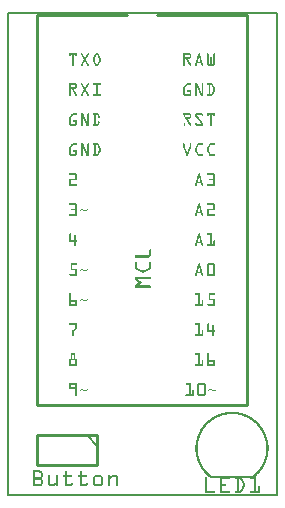
<source format=gto>
G04 MADE WITH FRITZING*
G04 WWW.FRITZING.ORG*
G04 DOUBLE SIDED*
G04 HOLES PLATED*
G04 CONTOUR ON CENTER OF CONTOUR VECTOR*
%ASAXBY*%
%FSLAX23Y23*%
%MOIN*%
%OFA0B0*%
%SFA1.0B1.0*%
%ADD10R,0.905512X1.614170X0.889512X1.598170*%
%ADD11C,0.008000*%
%ADD12C,0.010000*%
%ADD13C,0.005000*%
%ADD14R,0.001000X0.001000*%
%LNSILK1*%
G90*
G70*
G54D11*
X4Y1610D02*
X902Y1610D01*
X902Y4D01*
X4Y4D01*
X4Y1610D01*
D02*
G54D12*
X101Y1602D02*
X101Y302D01*
D02*
X101Y302D02*
X801Y302D01*
D02*
X801Y302D02*
X801Y1602D01*
D02*
X101Y1602D02*
X401Y1602D01*
D02*
X501Y1602D02*
X801Y1602D01*
D02*
X301Y202D02*
X101Y202D01*
D02*
X101Y202D02*
X101Y102D01*
D02*
X101Y102D02*
X301Y102D01*
D02*
X301Y102D02*
X301Y202D01*
G54D13*
D02*
X266Y202D02*
X301Y167D01*
G54D14*
X207Y1475D02*
X234Y1475D01*
X248Y1475D02*
X251Y1475D01*
X270Y1475D02*
X272Y1475D01*
X298Y1475D02*
X302Y1475D01*
X588Y1475D02*
X609Y1475D01*
X640Y1475D02*
X642Y1475D01*
X669Y1475D02*
X671Y1475D01*
X690Y1475D02*
X693Y1475D01*
X207Y1474D02*
X234Y1474D01*
X248Y1474D02*
X252Y1474D01*
X269Y1474D02*
X273Y1474D01*
X296Y1474D02*
X304Y1474D01*
X588Y1474D02*
X611Y1474D01*
X639Y1474D02*
X643Y1474D01*
X668Y1474D02*
X672Y1474D01*
X690Y1474D02*
X694Y1474D01*
X207Y1473D02*
X234Y1473D01*
X247Y1473D02*
X252Y1473D01*
X269Y1473D02*
X274Y1473D01*
X295Y1473D02*
X305Y1473D01*
X588Y1473D02*
X612Y1473D01*
X639Y1473D02*
X643Y1473D01*
X667Y1473D02*
X672Y1473D01*
X689Y1473D02*
X694Y1473D01*
X207Y1472D02*
X234Y1472D01*
X247Y1472D02*
X253Y1472D01*
X268Y1472D02*
X273Y1472D01*
X294Y1472D02*
X306Y1472D01*
X588Y1472D02*
X613Y1472D01*
X638Y1472D02*
X644Y1472D01*
X667Y1472D02*
X672Y1472D01*
X689Y1472D02*
X694Y1472D01*
X207Y1471D02*
X234Y1471D01*
X248Y1471D02*
X253Y1471D01*
X267Y1471D02*
X273Y1471D01*
X294Y1471D02*
X306Y1471D01*
X588Y1471D02*
X613Y1471D01*
X638Y1471D02*
X644Y1471D01*
X667Y1471D02*
X672Y1471D01*
X689Y1471D02*
X694Y1471D01*
X207Y1470D02*
X212Y1470D01*
X218Y1470D02*
X223Y1470D01*
X229Y1470D02*
X234Y1470D01*
X248Y1470D02*
X254Y1470D01*
X267Y1470D02*
X272Y1470D01*
X293Y1470D02*
X299Y1470D01*
X301Y1470D02*
X307Y1470D01*
X588Y1470D02*
X593Y1470D01*
X607Y1470D02*
X614Y1470D01*
X638Y1470D02*
X644Y1470D01*
X667Y1470D02*
X672Y1470D01*
X689Y1470D02*
X694Y1470D01*
X207Y1469D02*
X212Y1469D01*
X218Y1469D02*
X223Y1469D01*
X229Y1469D02*
X234Y1469D01*
X249Y1469D02*
X254Y1469D01*
X266Y1469D02*
X272Y1469D01*
X293Y1469D02*
X298Y1469D01*
X302Y1469D02*
X307Y1469D01*
X588Y1469D02*
X593Y1469D01*
X609Y1469D02*
X614Y1469D01*
X637Y1469D02*
X644Y1469D01*
X667Y1469D02*
X672Y1469D01*
X689Y1469D02*
X694Y1469D01*
X208Y1468D02*
X212Y1468D01*
X218Y1468D02*
X223Y1468D01*
X229Y1468D02*
X234Y1468D01*
X250Y1468D02*
X255Y1468D01*
X266Y1468D02*
X271Y1468D01*
X292Y1468D02*
X298Y1468D01*
X303Y1468D02*
X308Y1468D01*
X588Y1468D02*
X593Y1468D01*
X610Y1468D02*
X614Y1468D01*
X637Y1468D02*
X645Y1468D01*
X667Y1468D02*
X672Y1468D01*
X689Y1468D02*
X694Y1468D01*
X208Y1467D02*
X212Y1467D01*
X218Y1467D02*
X223Y1467D01*
X230Y1467D02*
X234Y1467D01*
X250Y1467D02*
X256Y1467D01*
X265Y1467D02*
X271Y1467D01*
X292Y1467D02*
X297Y1467D01*
X303Y1467D02*
X308Y1467D01*
X588Y1467D02*
X593Y1467D01*
X610Y1467D02*
X614Y1467D01*
X637Y1467D02*
X645Y1467D01*
X667Y1467D02*
X672Y1467D01*
X689Y1467D02*
X694Y1467D01*
X209Y1466D02*
X211Y1466D01*
X218Y1466D02*
X223Y1466D01*
X230Y1466D02*
X233Y1466D01*
X251Y1466D02*
X256Y1466D01*
X265Y1466D02*
X270Y1466D01*
X291Y1466D02*
X297Y1466D01*
X304Y1466D02*
X309Y1466D01*
X588Y1466D02*
X593Y1466D01*
X610Y1466D02*
X614Y1466D01*
X636Y1466D02*
X645Y1466D01*
X667Y1466D02*
X672Y1466D01*
X689Y1466D02*
X694Y1466D01*
X218Y1465D02*
X223Y1465D01*
X251Y1465D02*
X257Y1465D01*
X264Y1465D02*
X269Y1465D01*
X291Y1465D02*
X296Y1465D01*
X304Y1465D02*
X309Y1465D01*
X588Y1465D02*
X593Y1465D01*
X610Y1465D02*
X614Y1465D01*
X636Y1465D02*
X646Y1465D01*
X667Y1465D02*
X672Y1465D01*
X689Y1465D02*
X694Y1465D01*
X218Y1464D02*
X223Y1464D01*
X252Y1464D02*
X257Y1464D01*
X263Y1464D02*
X269Y1464D01*
X290Y1464D02*
X296Y1464D01*
X305Y1464D02*
X310Y1464D01*
X588Y1464D02*
X593Y1464D01*
X610Y1464D02*
X614Y1464D01*
X636Y1464D02*
X646Y1464D01*
X667Y1464D02*
X672Y1464D01*
X689Y1464D02*
X694Y1464D01*
X218Y1463D02*
X223Y1463D01*
X253Y1463D02*
X258Y1463D01*
X263Y1463D02*
X268Y1463D01*
X290Y1463D02*
X295Y1463D01*
X305Y1463D02*
X310Y1463D01*
X588Y1463D02*
X593Y1463D01*
X609Y1463D02*
X614Y1463D01*
X636Y1463D02*
X646Y1463D01*
X667Y1463D02*
X672Y1463D01*
X689Y1463D02*
X694Y1463D01*
X218Y1462D02*
X223Y1462D01*
X253Y1462D02*
X259Y1462D01*
X262Y1462D02*
X268Y1462D01*
X289Y1462D02*
X295Y1462D01*
X306Y1462D02*
X311Y1462D01*
X588Y1462D02*
X593Y1462D01*
X608Y1462D02*
X614Y1462D01*
X635Y1462D02*
X640Y1462D01*
X642Y1462D02*
X646Y1462D01*
X667Y1462D02*
X672Y1462D01*
X689Y1462D02*
X694Y1462D01*
X218Y1461D02*
X223Y1461D01*
X254Y1461D02*
X259Y1461D01*
X262Y1461D02*
X267Y1461D01*
X289Y1461D02*
X294Y1461D01*
X306Y1461D02*
X311Y1461D01*
X588Y1461D02*
X614Y1461D01*
X635Y1461D02*
X640Y1461D01*
X642Y1461D02*
X647Y1461D01*
X667Y1461D02*
X672Y1461D01*
X679Y1461D02*
X682Y1461D01*
X689Y1461D02*
X694Y1461D01*
X218Y1460D02*
X223Y1460D01*
X254Y1460D02*
X267Y1460D01*
X288Y1460D02*
X294Y1460D01*
X307Y1460D02*
X312Y1460D01*
X588Y1460D02*
X613Y1460D01*
X635Y1460D02*
X640Y1460D01*
X642Y1460D02*
X647Y1460D01*
X667Y1460D02*
X672Y1460D01*
X679Y1460D02*
X683Y1460D01*
X689Y1460D02*
X694Y1460D01*
X218Y1459D02*
X223Y1459D01*
X255Y1459D02*
X266Y1459D01*
X288Y1459D02*
X293Y1459D01*
X307Y1459D02*
X312Y1459D01*
X588Y1459D02*
X612Y1459D01*
X634Y1459D02*
X639Y1459D01*
X643Y1459D02*
X647Y1459D01*
X667Y1459D02*
X672Y1459D01*
X678Y1459D02*
X683Y1459D01*
X689Y1459D02*
X694Y1459D01*
X218Y1458D02*
X223Y1458D01*
X255Y1458D02*
X265Y1458D01*
X288Y1458D02*
X293Y1458D01*
X308Y1458D02*
X313Y1458D01*
X588Y1458D02*
X611Y1458D01*
X634Y1458D02*
X639Y1458D01*
X643Y1458D02*
X648Y1458D01*
X667Y1458D02*
X672Y1458D01*
X678Y1458D02*
X683Y1458D01*
X689Y1458D02*
X694Y1458D01*
X218Y1457D02*
X223Y1457D01*
X256Y1457D02*
X265Y1457D01*
X287Y1457D02*
X292Y1457D01*
X308Y1457D02*
X313Y1457D01*
X588Y1457D02*
X610Y1457D01*
X634Y1457D02*
X639Y1457D01*
X643Y1457D02*
X648Y1457D01*
X667Y1457D02*
X672Y1457D01*
X678Y1457D02*
X683Y1457D01*
X689Y1457D02*
X694Y1457D01*
X218Y1456D02*
X223Y1456D01*
X257Y1456D02*
X264Y1456D01*
X287Y1456D02*
X292Y1456D01*
X309Y1456D02*
X313Y1456D01*
X588Y1456D02*
X593Y1456D01*
X597Y1456D02*
X603Y1456D01*
X634Y1456D02*
X638Y1456D01*
X643Y1456D02*
X648Y1456D01*
X667Y1456D02*
X672Y1456D01*
X678Y1456D02*
X683Y1456D01*
X689Y1456D02*
X694Y1456D01*
X218Y1455D02*
X223Y1455D01*
X257Y1455D02*
X264Y1455D01*
X287Y1455D02*
X292Y1455D01*
X309Y1455D02*
X313Y1455D01*
X588Y1455D02*
X593Y1455D01*
X598Y1455D02*
X603Y1455D01*
X633Y1455D02*
X638Y1455D01*
X644Y1455D02*
X648Y1455D01*
X667Y1455D02*
X672Y1455D01*
X678Y1455D02*
X683Y1455D01*
X689Y1455D02*
X694Y1455D01*
X218Y1454D02*
X223Y1454D01*
X257Y1454D02*
X263Y1454D01*
X287Y1454D02*
X292Y1454D01*
X309Y1454D02*
X313Y1454D01*
X588Y1454D02*
X593Y1454D01*
X599Y1454D02*
X604Y1454D01*
X633Y1454D02*
X638Y1454D01*
X644Y1454D02*
X649Y1454D01*
X667Y1454D02*
X672Y1454D01*
X678Y1454D02*
X683Y1454D01*
X689Y1454D02*
X694Y1454D01*
X218Y1453D02*
X223Y1453D01*
X257Y1453D02*
X264Y1453D01*
X287Y1453D02*
X292Y1453D01*
X309Y1453D02*
X313Y1453D01*
X588Y1453D02*
X593Y1453D01*
X599Y1453D02*
X605Y1453D01*
X633Y1453D02*
X637Y1453D01*
X644Y1453D02*
X649Y1453D01*
X667Y1453D02*
X672Y1453D01*
X678Y1453D02*
X683Y1453D01*
X689Y1453D02*
X694Y1453D01*
X218Y1452D02*
X223Y1452D01*
X256Y1452D02*
X264Y1452D01*
X287Y1452D02*
X292Y1452D01*
X308Y1452D02*
X313Y1452D01*
X588Y1452D02*
X593Y1452D01*
X600Y1452D02*
X605Y1452D01*
X632Y1452D02*
X637Y1452D01*
X645Y1452D02*
X649Y1452D01*
X667Y1452D02*
X672Y1452D01*
X678Y1452D02*
X683Y1452D01*
X689Y1452D02*
X694Y1452D01*
X218Y1451D02*
X223Y1451D01*
X256Y1451D02*
X265Y1451D01*
X287Y1451D02*
X292Y1451D01*
X308Y1451D02*
X313Y1451D01*
X588Y1451D02*
X593Y1451D01*
X600Y1451D02*
X606Y1451D01*
X632Y1451D02*
X637Y1451D01*
X645Y1451D02*
X650Y1451D01*
X667Y1451D02*
X672Y1451D01*
X678Y1451D02*
X683Y1451D01*
X689Y1451D02*
X694Y1451D01*
X218Y1450D02*
X223Y1450D01*
X255Y1450D02*
X266Y1450D01*
X288Y1450D02*
X293Y1450D01*
X308Y1450D02*
X313Y1450D01*
X588Y1450D02*
X593Y1450D01*
X601Y1450D02*
X606Y1450D01*
X632Y1450D02*
X637Y1450D01*
X645Y1450D02*
X650Y1450D01*
X667Y1450D02*
X672Y1450D01*
X678Y1450D02*
X683Y1450D01*
X689Y1450D02*
X694Y1450D01*
X218Y1449D02*
X223Y1449D01*
X255Y1449D02*
X266Y1449D01*
X288Y1449D02*
X293Y1449D01*
X307Y1449D02*
X312Y1449D01*
X588Y1449D02*
X593Y1449D01*
X601Y1449D02*
X607Y1449D01*
X631Y1449D02*
X636Y1449D01*
X645Y1449D02*
X650Y1449D01*
X667Y1449D02*
X672Y1449D01*
X678Y1449D02*
X683Y1449D01*
X689Y1449D02*
X694Y1449D01*
X218Y1448D02*
X223Y1448D01*
X254Y1448D02*
X267Y1448D01*
X289Y1448D02*
X294Y1448D01*
X307Y1448D02*
X312Y1448D01*
X588Y1448D02*
X593Y1448D01*
X602Y1448D02*
X608Y1448D01*
X631Y1448D02*
X636Y1448D01*
X646Y1448D02*
X651Y1448D01*
X667Y1448D02*
X672Y1448D01*
X678Y1448D02*
X683Y1448D01*
X689Y1448D02*
X694Y1448D01*
X218Y1447D02*
X223Y1447D01*
X253Y1447D02*
X259Y1447D01*
X262Y1447D02*
X267Y1447D01*
X289Y1447D02*
X294Y1447D01*
X306Y1447D02*
X311Y1447D01*
X588Y1447D02*
X593Y1447D01*
X603Y1447D02*
X608Y1447D01*
X631Y1447D02*
X651Y1447D01*
X667Y1447D02*
X672Y1447D01*
X678Y1447D02*
X683Y1447D01*
X689Y1447D02*
X694Y1447D01*
X218Y1446D02*
X223Y1446D01*
X253Y1446D02*
X258Y1446D01*
X262Y1446D02*
X268Y1446D01*
X290Y1446D02*
X295Y1446D01*
X306Y1446D02*
X311Y1446D01*
X588Y1446D02*
X593Y1446D01*
X603Y1446D02*
X609Y1446D01*
X631Y1446D02*
X651Y1446D01*
X667Y1446D02*
X672Y1446D01*
X678Y1446D02*
X683Y1446D01*
X689Y1446D02*
X694Y1446D01*
X218Y1445D02*
X223Y1445D01*
X252Y1445D02*
X258Y1445D01*
X263Y1445D02*
X268Y1445D01*
X290Y1445D02*
X295Y1445D01*
X305Y1445D02*
X310Y1445D01*
X588Y1445D02*
X593Y1445D01*
X604Y1445D02*
X609Y1445D01*
X630Y1445D02*
X651Y1445D01*
X667Y1445D02*
X672Y1445D01*
X678Y1445D02*
X683Y1445D01*
X689Y1445D02*
X694Y1445D01*
X218Y1444D02*
X223Y1444D01*
X252Y1444D02*
X257Y1444D01*
X264Y1444D02*
X269Y1444D01*
X291Y1444D02*
X296Y1444D01*
X305Y1444D02*
X310Y1444D01*
X588Y1444D02*
X593Y1444D01*
X604Y1444D02*
X610Y1444D01*
X630Y1444D02*
X652Y1444D01*
X667Y1444D02*
X672Y1444D01*
X678Y1444D02*
X683Y1444D01*
X689Y1444D02*
X694Y1444D01*
X218Y1443D02*
X223Y1443D01*
X251Y1443D02*
X257Y1443D01*
X264Y1443D02*
X270Y1443D01*
X291Y1443D02*
X296Y1443D01*
X304Y1443D02*
X309Y1443D01*
X588Y1443D02*
X593Y1443D01*
X605Y1443D02*
X610Y1443D01*
X630Y1443D02*
X652Y1443D01*
X667Y1443D02*
X672Y1443D01*
X678Y1443D02*
X683Y1443D01*
X689Y1443D02*
X694Y1443D01*
X218Y1442D02*
X223Y1442D01*
X251Y1442D02*
X256Y1442D01*
X265Y1442D02*
X270Y1442D01*
X292Y1442D02*
X297Y1442D01*
X304Y1442D02*
X309Y1442D01*
X588Y1442D02*
X593Y1442D01*
X606Y1442D02*
X611Y1442D01*
X629Y1442D02*
X635Y1442D01*
X647Y1442D02*
X652Y1442D01*
X667Y1442D02*
X672Y1442D01*
X678Y1442D02*
X683Y1442D01*
X689Y1442D02*
X694Y1442D01*
X218Y1441D02*
X223Y1441D01*
X250Y1441D02*
X255Y1441D01*
X265Y1441D02*
X271Y1441D01*
X292Y1441D02*
X297Y1441D01*
X303Y1441D02*
X308Y1441D01*
X588Y1441D02*
X593Y1441D01*
X606Y1441D02*
X612Y1441D01*
X629Y1441D02*
X634Y1441D01*
X648Y1441D02*
X653Y1441D01*
X667Y1441D02*
X672Y1441D01*
X678Y1441D02*
X683Y1441D01*
X689Y1441D02*
X694Y1441D01*
X218Y1440D02*
X223Y1440D01*
X249Y1440D02*
X255Y1440D01*
X266Y1440D02*
X271Y1440D01*
X293Y1440D02*
X298Y1440D01*
X303Y1440D02*
X308Y1440D01*
X588Y1440D02*
X593Y1440D01*
X607Y1440D02*
X612Y1440D01*
X629Y1440D02*
X634Y1440D01*
X648Y1440D02*
X653Y1440D01*
X667Y1440D02*
X673Y1440D01*
X678Y1440D02*
X683Y1440D01*
X689Y1440D02*
X694Y1440D01*
X218Y1439D02*
X223Y1439D01*
X249Y1439D02*
X254Y1439D01*
X267Y1439D02*
X272Y1439D01*
X293Y1439D02*
X298Y1439D01*
X302Y1439D02*
X307Y1439D01*
X588Y1439D02*
X593Y1439D01*
X607Y1439D02*
X613Y1439D01*
X629Y1439D02*
X633Y1439D01*
X648Y1439D02*
X653Y1439D01*
X668Y1439D02*
X673Y1439D01*
X677Y1439D02*
X684Y1439D01*
X688Y1439D02*
X694Y1439D01*
X218Y1438D02*
X223Y1438D01*
X248Y1438D02*
X254Y1438D01*
X267Y1438D02*
X273Y1438D01*
X294Y1438D02*
X307Y1438D01*
X588Y1438D02*
X593Y1438D01*
X608Y1438D02*
X613Y1438D01*
X628Y1438D02*
X633Y1438D01*
X649Y1438D02*
X653Y1438D01*
X668Y1438D02*
X693Y1438D01*
X218Y1437D02*
X223Y1437D01*
X248Y1437D02*
X253Y1437D01*
X268Y1437D02*
X273Y1437D01*
X294Y1437D02*
X306Y1437D01*
X588Y1437D02*
X593Y1437D01*
X608Y1437D02*
X614Y1437D01*
X628Y1437D02*
X633Y1437D01*
X649Y1437D02*
X654Y1437D01*
X669Y1437D02*
X692Y1437D01*
X218Y1436D02*
X223Y1436D01*
X247Y1436D02*
X252Y1436D01*
X268Y1436D02*
X273Y1436D01*
X295Y1436D02*
X306Y1436D01*
X588Y1436D02*
X593Y1436D01*
X609Y1436D02*
X614Y1436D01*
X628Y1436D02*
X632Y1436D01*
X649Y1436D02*
X654Y1436D01*
X669Y1436D02*
X692Y1436D01*
X218Y1435D02*
X223Y1435D01*
X247Y1435D02*
X252Y1435D01*
X269Y1435D02*
X274Y1435D01*
X295Y1435D02*
X305Y1435D01*
X588Y1435D02*
X592Y1435D01*
X610Y1435D02*
X614Y1435D01*
X628Y1435D02*
X632Y1435D01*
X650Y1435D02*
X654Y1435D01*
X670Y1435D02*
X691Y1435D01*
X219Y1434D02*
X222Y1434D01*
X248Y1434D02*
X251Y1434D01*
X270Y1434D02*
X273Y1434D01*
X297Y1434D02*
X304Y1434D01*
X588Y1434D02*
X592Y1434D01*
X610Y1434D02*
X614Y1434D01*
X628Y1434D02*
X632Y1434D01*
X650Y1434D02*
X654Y1434D01*
X671Y1434D02*
X680Y1434D01*
X682Y1434D02*
X691Y1434D01*
X220Y1433D02*
X221Y1433D01*
X249Y1433D02*
X250Y1433D01*
X271Y1433D02*
X272Y1433D01*
X299Y1433D02*
X301Y1433D01*
X590Y1433D02*
X591Y1433D01*
X612Y1433D02*
X613Y1433D01*
X629Y1433D02*
X630Y1433D01*
X651Y1433D02*
X652Y1433D01*
X672Y1433D02*
X678Y1433D01*
X683Y1433D02*
X689Y1433D01*
X207Y1375D02*
X229Y1375D01*
X248Y1375D02*
X251Y1375D01*
X270Y1375D02*
X273Y1375D01*
X288Y1375D02*
X312Y1375D01*
X601Y1375D02*
X613Y1375D01*
X628Y1375D02*
X634Y1375D01*
X651Y1375D02*
X653Y1375D01*
X669Y1375D02*
X682Y1375D01*
X207Y1374D02*
X230Y1374D01*
X248Y1374D02*
X252Y1374D01*
X269Y1374D02*
X273Y1374D01*
X287Y1374D02*
X313Y1374D01*
X599Y1374D02*
X614Y1374D01*
X628Y1374D02*
X635Y1374D01*
X650Y1374D02*
X654Y1374D01*
X668Y1374D02*
X684Y1374D01*
X207Y1373D02*
X232Y1373D01*
X247Y1373D02*
X252Y1373D01*
X269Y1373D02*
X274Y1373D01*
X287Y1373D02*
X313Y1373D01*
X598Y1373D02*
X614Y1373D01*
X628Y1373D02*
X635Y1373D01*
X650Y1373D02*
X654Y1373D01*
X667Y1373D02*
X685Y1373D01*
X207Y1372D02*
X232Y1372D01*
X247Y1372D02*
X253Y1372D01*
X268Y1372D02*
X273Y1372D01*
X287Y1372D02*
X313Y1372D01*
X597Y1372D02*
X614Y1372D01*
X628Y1372D02*
X636Y1372D01*
X650Y1372D02*
X654Y1372D01*
X668Y1372D02*
X686Y1372D01*
X207Y1371D02*
X233Y1371D01*
X248Y1371D02*
X253Y1371D01*
X267Y1371D02*
X273Y1371D01*
X288Y1371D02*
X312Y1371D01*
X597Y1371D02*
X614Y1371D01*
X628Y1371D02*
X636Y1371D01*
X650Y1371D02*
X654Y1371D01*
X668Y1371D02*
X687Y1371D01*
X207Y1370D02*
X212Y1370D01*
X227Y1370D02*
X233Y1370D01*
X248Y1370D02*
X254Y1370D01*
X267Y1370D02*
X272Y1370D01*
X298Y1370D02*
X303Y1370D01*
X596Y1370D02*
X603Y1370D01*
X628Y1370D02*
X636Y1370D01*
X650Y1370D02*
X654Y1370D01*
X673Y1370D02*
X678Y1370D01*
X681Y1370D02*
X687Y1370D01*
X207Y1369D02*
X212Y1369D01*
X229Y1369D02*
X234Y1369D01*
X249Y1369D02*
X254Y1369D01*
X266Y1369D02*
X272Y1369D01*
X298Y1369D02*
X302Y1369D01*
X595Y1369D02*
X601Y1369D01*
X628Y1369D02*
X637Y1369D01*
X650Y1369D02*
X654Y1369D01*
X673Y1369D02*
X677Y1369D01*
X682Y1369D02*
X688Y1369D01*
X207Y1368D02*
X212Y1368D01*
X229Y1368D02*
X234Y1368D01*
X250Y1368D02*
X255Y1368D01*
X266Y1368D02*
X271Y1368D01*
X298Y1368D02*
X302Y1368D01*
X594Y1368D02*
X600Y1368D01*
X628Y1368D02*
X637Y1368D01*
X650Y1368D02*
X654Y1368D01*
X673Y1368D02*
X677Y1368D01*
X683Y1368D02*
X688Y1368D01*
X207Y1367D02*
X212Y1367D01*
X229Y1367D02*
X234Y1367D01*
X250Y1367D02*
X256Y1367D01*
X265Y1367D02*
X271Y1367D01*
X298Y1367D02*
X302Y1367D01*
X594Y1367D02*
X600Y1367D01*
X628Y1367D02*
X638Y1367D01*
X650Y1367D02*
X654Y1367D01*
X673Y1367D02*
X677Y1367D01*
X684Y1367D02*
X689Y1367D01*
X207Y1366D02*
X212Y1366D01*
X229Y1366D02*
X234Y1366D01*
X251Y1366D02*
X256Y1366D01*
X265Y1366D02*
X270Y1366D01*
X298Y1366D02*
X302Y1366D01*
X593Y1366D02*
X599Y1366D01*
X628Y1366D02*
X638Y1366D01*
X650Y1366D02*
X654Y1366D01*
X673Y1366D02*
X677Y1366D01*
X684Y1366D02*
X689Y1366D01*
X207Y1365D02*
X212Y1365D01*
X229Y1365D02*
X234Y1365D01*
X251Y1365D02*
X257Y1365D01*
X264Y1365D02*
X269Y1365D01*
X298Y1365D02*
X302Y1365D01*
X592Y1365D02*
X598Y1365D01*
X628Y1365D02*
X639Y1365D01*
X650Y1365D02*
X654Y1365D01*
X673Y1365D02*
X677Y1365D01*
X685Y1365D02*
X690Y1365D01*
X207Y1364D02*
X212Y1364D01*
X229Y1364D02*
X234Y1364D01*
X252Y1364D02*
X257Y1364D01*
X263Y1364D02*
X269Y1364D01*
X298Y1364D02*
X302Y1364D01*
X591Y1364D02*
X597Y1364D01*
X628Y1364D02*
X632Y1364D01*
X634Y1364D02*
X639Y1364D01*
X650Y1364D02*
X654Y1364D01*
X673Y1364D02*
X677Y1364D01*
X685Y1364D02*
X690Y1364D01*
X207Y1363D02*
X212Y1363D01*
X229Y1363D02*
X234Y1363D01*
X253Y1363D02*
X258Y1363D01*
X263Y1363D02*
X268Y1363D01*
X298Y1363D02*
X302Y1363D01*
X590Y1363D02*
X596Y1363D01*
X628Y1363D02*
X632Y1363D01*
X634Y1363D02*
X640Y1363D01*
X650Y1363D02*
X654Y1363D01*
X673Y1363D02*
X677Y1363D01*
X686Y1363D02*
X691Y1363D01*
X207Y1362D02*
X212Y1362D01*
X228Y1362D02*
X233Y1362D01*
X253Y1362D02*
X259Y1362D01*
X262Y1362D02*
X268Y1362D01*
X298Y1362D02*
X302Y1362D01*
X590Y1362D02*
X596Y1362D01*
X628Y1362D02*
X632Y1362D01*
X635Y1362D02*
X640Y1362D01*
X650Y1362D02*
X654Y1362D01*
X673Y1362D02*
X677Y1362D01*
X686Y1362D02*
X691Y1362D01*
X207Y1361D02*
X233Y1361D01*
X254Y1361D02*
X259Y1361D01*
X262Y1361D02*
X267Y1361D01*
X298Y1361D02*
X302Y1361D01*
X589Y1361D02*
X595Y1361D01*
X628Y1361D02*
X632Y1361D01*
X635Y1361D02*
X640Y1361D01*
X650Y1361D02*
X654Y1361D01*
X673Y1361D02*
X677Y1361D01*
X687Y1361D02*
X692Y1361D01*
X207Y1360D02*
X233Y1360D01*
X254Y1360D02*
X266Y1360D01*
X298Y1360D02*
X302Y1360D01*
X589Y1360D02*
X594Y1360D01*
X628Y1360D02*
X632Y1360D01*
X636Y1360D02*
X641Y1360D01*
X650Y1360D02*
X654Y1360D01*
X673Y1360D02*
X677Y1360D01*
X687Y1360D02*
X692Y1360D01*
X207Y1359D02*
X232Y1359D01*
X255Y1359D02*
X266Y1359D01*
X298Y1359D02*
X302Y1359D01*
X588Y1359D02*
X593Y1359D01*
X628Y1359D02*
X632Y1359D01*
X636Y1359D02*
X641Y1359D01*
X650Y1359D02*
X654Y1359D01*
X673Y1359D02*
X677Y1359D01*
X688Y1359D02*
X693Y1359D01*
X207Y1358D02*
X231Y1358D01*
X255Y1358D02*
X265Y1358D01*
X298Y1358D02*
X302Y1358D01*
X588Y1358D02*
X593Y1358D01*
X628Y1358D02*
X632Y1358D01*
X637Y1358D02*
X642Y1358D01*
X650Y1358D02*
X654Y1358D01*
X673Y1358D02*
X677Y1358D01*
X688Y1358D02*
X693Y1358D01*
X207Y1357D02*
X229Y1357D01*
X256Y1357D02*
X265Y1357D01*
X298Y1357D02*
X302Y1357D01*
X588Y1357D02*
X593Y1357D01*
X628Y1357D02*
X632Y1357D01*
X637Y1357D02*
X642Y1357D01*
X650Y1357D02*
X654Y1357D01*
X673Y1357D02*
X677Y1357D01*
X689Y1357D02*
X693Y1357D01*
X207Y1356D02*
X212Y1356D01*
X217Y1356D02*
X223Y1356D01*
X257Y1356D02*
X264Y1356D01*
X298Y1356D02*
X302Y1356D01*
X588Y1356D02*
X593Y1356D01*
X628Y1356D02*
X632Y1356D01*
X638Y1356D02*
X643Y1356D01*
X650Y1356D02*
X654Y1356D01*
X673Y1356D02*
X677Y1356D01*
X689Y1356D02*
X694Y1356D01*
X207Y1355D02*
X212Y1355D01*
X217Y1355D02*
X223Y1355D01*
X257Y1355D02*
X264Y1355D01*
X298Y1355D02*
X302Y1355D01*
X588Y1355D02*
X593Y1355D01*
X628Y1355D02*
X632Y1355D01*
X638Y1355D02*
X643Y1355D01*
X650Y1355D02*
X654Y1355D01*
X673Y1355D02*
X677Y1355D01*
X689Y1355D02*
X694Y1355D01*
X207Y1354D02*
X212Y1354D01*
X218Y1354D02*
X224Y1354D01*
X257Y1354D02*
X263Y1354D01*
X298Y1354D02*
X302Y1354D01*
X588Y1354D02*
X593Y1354D01*
X628Y1354D02*
X632Y1354D01*
X638Y1354D02*
X644Y1354D01*
X650Y1354D02*
X654Y1354D01*
X673Y1354D02*
X677Y1354D01*
X689Y1354D02*
X694Y1354D01*
X207Y1353D02*
X212Y1353D01*
X219Y1353D02*
X224Y1353D01*
X257Y1353D02*
X264Y1353D01*
X298Y1353D02*
X302Y1353D01*
X588Y1353D02*
X593Y1353D01*
X628Y1353D02*
X632Y1353D01*
X639Y1353D02*
X644Y1353D01*
X650Y1353D02*
X654Y1353D01*
X673Y1353D02*
X677Y1353D01*
X689Y1353D02*
X694Y1353D01*
X207Y1352D02*
X212Y1352D01*
X219Y1352D02*
X225Y1352D01*
X256Y1352D02*
X264Y1352D01*
X298Y1352D02*
X302Y1352D01*
X588Y1352D02*
X593Y1352D01*
X603Y1352D02*
X614Y1352D01*
X628Y1352D02*
X632Y1352D01*
X639Y1352D02*
X644Y1352D01*
X650Y1352D02*
X654Y1352D01*
X673Y1352D02*
X677Y1352D01*
X689Y1352D02*
X694Y1352D01*
X207Y1351D02*
X212Y1351D01*
X220Y1351D02*
X225Y1351D01*
X256Y1351D02*
X265Y1351D01*
X298Y1351D02*
X302Y1351D01*
X588Y1351D02*
X593Y1351D01*
X602Y1351D02*
X614Y1351D01*
X628Y1351D02*
X632Y1351D01*
X640Y1351D02*
X645Y1351D01*
X650Y1351D02*
X654Y1351D01*
X673Y1351D02*
X677Y1351D01*
X688Y1351D02*
X693Y1351D01*
X207Y1350D02*
X212Y1350D01*
X220Y1350D02*
X226Y1350D01*
X255Y1350D02*
X266Y1350D01*
X298Y1350D02*
X302Y1350D01*
X588Y1350D02*
X593Y1350D01*
X602Y1350D02*
X614Y1350D01*
X628Y1350D02*
X632Y1350D01*
X640Y1350D02*
X645Y1350D01*
X650Y1350D02*
X654Y1350D01*
X673Y1350D02*
X677Y1350D01*
X688Y1350D02*
X693Y1350D01*
X207Y1349D02*
X212Y1349D01*
X221Y1349D02*
X226Y1349D01*
X255Y1349D02*
X266Y1349D01*
X298Y1349D02*
X302Y1349D01*
X588Y1349D02*
X593Y1349D01*
X602Y1349D02*
X614Y1349D01*
X628Y1349D02*
X632Y1349D01*
X641Y1349D02*
X646Y1349D01*
X650Y1349D02*
X654Y1349D01*
X673Y1349D02*
X677Y1349D01*
X687Y1349D02*
X693Y1349D01*
X207Y1348D02*
X212Y1348D01*
X222Y1348D02*
X227Y1348D01*
X254Y1348D02*
X267Y1348D01*
X298Y1348D02*
X302Y1348D01*
X588Y1348D02*
X593Y1348D01*
X602Y1348D02*
X614Y1348D01*
X628Y1348D02*
X632Y1348D01*
X641Y1348D02*
X646Y1348D01*
X650Y1348D02*
X654Y1348D01*
X673Y1348D02*
X677Y1348D01*
X687Y1348D02*
X692Y1348D01*
X207Y1347D02*
X212Y1347D01*
X222Y1347D02*
X228Y1347D01*
X253Y1347D02*
X259Y1347D01*
X262Y1347D02*
X267Y1347D01*
X298Y1347D02*
X302Y1347D01*
X588Y1347D02*
X593Y1347D01*
X603Y1347D02*
X614Y1347D01*
X628Y1347D02*
X632Y1347D01*
X641Y1347D02*
X647Y1347D01*
X650Y1347D02*
X654Y1347D01*
X673Y1347D02*
X677Y1347D01*
X686Y1347D02*
X692Y1347D01*
X207Y1346D02*
X212Y1346D01*
X223Y1346D02*
X228Y1346D01*
X253Y1346D02*
X258Y1346D01*
X262Y1346D02*
X268Y1346D01*
X298Y1346D02*
X302Y1346D01*
X588Y1346D02*
X593Y1346D01*
X610Y1346D02*
X614Y1346D01*
X628Y1346D02*
X632Y1346D01*
X642Y1346D02*
X647Y1346D01*
X650Y1346D02*
X654Y1346D01*
X673Y1346D02*
X677Y1346D01*
X686Y1346D02*
X691Y1346D01*
X207Y1345D02*
X212Y1345D01*
X223Y1345D02*
X229Y1345D01*
X252Y1345D02*
X258Y1345D01*
X263Y1345D02*
X269Y1345D01*
X298Y1345D02*
X302Y1345D01*
X588Y1345D02*
X593Y1345D01*
X610Y1345D02*
X614Y1345D01*
X628Y1345D02*
X632Y1345D01*
X642Y1345D02*
X647Y1345D01*
X650Y1345D02*
X654Y1345D01*
X673Y1345D02*
X677Y1345D01*
X685Y1345D02*
X691Y1345D01*
X207Y1344D02*
X212Y1344D01*
X224Y1344D02*
X229Y1344D01*
X252Y1344D02*
X257Y1344D01*
X264Y1344D02*
X269Y1344D01*
X298Y1344D02*
X302Y1344D01*
X588Y1344D02*
X593Y1344D01*
X610Y1344D02*
X614Y1344D01*
X628Y1344D02*
X632Y1344D01*
X643Y1344D02*
X648Y1344D01*
X650Y1344D02*
X654Y1344D01*
X673Y1344D02*
X677Y1344D01*
X685Y1344D02*
X690Y1344D01*
X207Y1343D02*
X212Y1343D01*
X224Y1343D02*
X230Y1343D01*
X251Y1343D02*
X257Y1343D01*
X264Y1343D02*
X270Y1343D01*
X298Y1343D02*
X302Y1343D01*
X588Y1343D02*
X593Y1343D01*
X610Y1343D02*
X614Y1343D01*
X628Y1343D02*
X632Y1343D01*
X643Y1343D02*
X654Y1343D01*
X673Y1343D02*
X677Y1343D01*
X684Y1343D02*
X690Y1343D01*
X207Y1342D02*
X212Y1342D01*
X225Y1342D02*
X231Y1342D01*
X251Y1342D02*
X256Y1342D01*
X265Y1342D02*
X270Y1342D01*
X298Y1342D02*
X302Y1342D01*
X588Y1342D02*
X593Y1342D01*
X610Y1342D02*
X614Y1342D01*
X628Y1342D02*
X632Y1342D01*
X644Y1342D02*
X654Y1342D01*
X673Y1342D02*
X677Y1342D01*
X684Y1342D02*
X689Y1342D01*
X207Y1341D02*
X212Y1341D01*
X226Y1341D02*
X231Y1341D01*
X250Y1341D02*
X255Y1341D01*
X265Y1341D02*
X271Y1341D01*
X298Y1341D02*
X302Y1341D01*
X588Y1341D02*
X593Y1341D01*
X610Y1341D02*
X614Y1341D01*
X628Y1341D02*
X632Y1341D01*
X644Y1341D02*
X654Y1341D01*
X673Y1341D02*
X677Y1341D01*
X683Y1341D02*
X689Y1341D01*
X207Y1340D02*
X212Y1340D01*
X226Y1340D02*
X232Y1340D01*
X249Y1340D02*
X255Y1340D01*
X266Y1340D02*
X271Y1340D01*
X298Y1340D02*
X302Y1340D01*
X588Y1340D02*
X593Y1340D01*
X609Y1340D02*
X614Y1340D01*
X628Y1340D02*
X632Y1340D01*
X645Y1340D02*
X654Y1340D01*
X673Y1340D02*
X677Y1340D01*
X683Y1340D02*
X688Y1340D01*
X207Y1339D02*
X212Y1339D01*
X227Y1339D02*
X232Y1339D01*
X249Y1339D02*
X254Y1339D01*
X267Y1339D02*
X272Y1339D01*
X298Y1339D02*
X302Y1339D01*
X588Y1339D02*
X594Y1339D01*
X609Y1339D02*
X614Y1339D01*
X628Y1339D02*
X632Y1339D01*
X645Y1339D02*
X654Y1339D01*
X673Y1339D02*
X677Y1339D01*
X682Y1339D02*
X688Y1339D01*
X207Y1338D02*
X212Y1338D01*
X227Y1338D02*
X233Y1338D01*
X248Y1338D02*
X254Y1338D01*
X267Y1338D02*
X273Y1338D01*
X289Y1338D02*
X312Y1338D01*
X589Y1338D02*
X614Y1338D01*
X628Y1338D02*
X632Y1338D01*
X645Y1338D02*
X654Y1338D01*
X669Y1338D02*
X687Y1338D01*
X207Y1337D02*
X212Y1337D01*
X228Y1337D02*
X233Y1337D01*
X248Y1337D02*
X253Y1337D01*
X268Y1337D02*
X273Y1337D01*
X287Y1337D02*
X313Y1337D01*
X589Y1337D02*
X613Y1337D01*
X628Y1337D02*
X632Y1337D01*
X646Y1337D02*
X654Y1337D01*
X668Y1337D02*
X687Y1337D01*
X207Y1336D02*
X212Y1336D01*
X229Y1336D02*
X234Y1336D01*
X247Y1336D02*
X252Y1336D01*
X268Y1336D02*
X273Y1336D01*
X287Y1336D02*
X313Y1336D01*
X590Y1336D02*
X613Y1336D01*
X628Y1336D02*
X632Y1336D01*
X646Y1336D02*
X654Y1336D01*
X668Y1336D02*
X686Y1336D01*
X208Y1335D02*
X212Y1335D01*
X229Y1335D02*
X234Y1335D01*
X247Y1335D02*
X252Y1335D01*
X269Y1335D02*
X274Y1335D01*
X287Y1335D02*
X313Y1335D01*
X591Y1335D02*
X612Y1335D01*
X628Y1335D02*
X632Y1335D01*
X647Y1335D02*
X654Y1335D01*
X668Y1335D02*
X685Y1335D01*
X208Y1334D02*
X211Y1334D01*
X230Y1334D02*
X233Y1334D01*
X248Y1334D02*
X251Y1334D01*
X270Y1334D02*
X273Y1334D01*
X287Y1334D02*
X313Y1334D01*
X592Y1334D02*
X610Y1334D01*
X628Y1334D02*
X632Y1334D01*
X647Y1334D02*
X654Y1334D01*
X668Y1334D02*
X684Y1334D01*
X209Y1333D02*
X210Y1333D01*
X231Y1333D02*
X232Y1333D01*
X249Y1333D02*
X250Y1333D01*
X271Y1333D02*
X272Y1333D01*
X289Y1333D02*
X312Y1333D01*
X594Y1333D02*
X608Y1333D01*
X629Y1333D02*
X630Y1333D01*
X648Y1333D02*
X654Y1333D01*
X669Y1333D02*
X681Y1333D01*
X221Y1275D02*
X233Y1275D01*
X247Y1275D02*
X254Y1275D01*
X270Y1275D02*
X273Y1275D01*
X288Y1275D02*
X302Y1275D01*
X588Y1275D02*
X609Y1275D01*
X631Y1275D02*
X650Y1275D01*
X667Y1275D02*
X694Y1275D01*
X219Y1274D02*
X234Y1274D01*
X247Y1274D02*
X254Y1274D01*
X269Y1274D02*
X273Y1274D01*
X287Y1274D02*
X304Y1274D01*
X588Y1274D02*
X611Y1274D01*
X630Y1274D02*
X651Y1274D01*
X667Y1274D02*
X694Y1274D01*
X218Y1273D02*
X234Y1273D01*
X247Y1273D02*
X255Y1273D01*
X269Y1273D02*
X274Y1273D01*
X287Y1273D02*
X305Y1273D01*
X588Y1273D02*
X612Y1273D01*
X629Y1273D02*
X652Y1273D01*
X667Y1273D02*
X694Y1273D01*
X217Y1272D02*
X234Y1272D01*
X247Y1272D02*
X255Y1272D01*
X269Y1272D02*
X274Y1272D01*
X287Y1272D02*
X306Y1272D01*
X589Y1272D02*
X613Y1272D01*
X628Y1272D02*
X653Y1272D01*
X667Y1272D02*
X694Y1272D01*
X216Y1271D02*
X233Y1271D01*
X247Y1271D02*
X256Y1271D01*
X269Y1271D02*
X274Y1271D01*
X288Y1271D02*
X306Y1271D01*
X589Y1271D02*
X613Y1271D01*
X628Y1271D02*
X654Y1271D01*
X667Y1271D02*
X694Y1271D01*
X215Y1270D02*
X222Y1270D01*
X247Y1270D02*
X256Y1270D01*
X269Y1270D02*
X274Y1270D01*
X292Y1270D02*
X297Y1270D01*
X300Y1270D02*
X307Y1270D01*
X590Y1270D02*
X593Y1270D01*
X608Y1270D02*
X614Y1270D01*
X628Y1270D02*
X633Y1270D01*
X648Y1270D02*
X654Y1270D01*
X667Y1270D02*
X672Y1270D01*
X678Y1270D02*
X683Y1270D01*
X689Y1270D02*
X694Y1270D01*
X215Y1269D02*
X221Y1269D01*
X247Y1269D02*
X256Y1269D01*
X269Y1269D02*
X274Y1269D01*
X292Y1269D02*
X297Y1269D01*
X302Y1269D02*
X307Y1269D01*
X590Y1269D02*
X593Y1269D01*
X609Y1269D02*
X614Y1269D01*
X628Y1269D02*
X632Y1269D01*
X649Y1269D02*
X654Y1269D01*
X667Y1269D02*
X672Y1269D01*
X678Y1269D02*
X683Y1269D01*
X689Y1269D02*
X694Y1269D01*
X214Y1268D02*
X220Y1268D01*
X247Y1268D02*
X257Y1268D01*
X269Y1268D02*
X274Y1268D01*
X292Y1268D02*
X297Y1268D01*
X303Y1268D02*
X308Y1268D01*
X591Y1268D02*
X593Y1268D01*
X610Y1268D02*
X614Y1268D01*
X628Y1268D02*
X633Y1268D01*
X650Y1268D02*
X654Y1268D01*
X667Y1268D02*
X672Y1268D01*
X678Y1268D02*
X683Y1268D01*
X689Y1268D02*
X694Y1268D01*
X213Y1267D02*
X219Y1267D01*
X247Y1267D02*
X257Y1267D01*
X269Y1267D02*
X274Y1267D01*
X292Y1267D02*
X297Y1267D01*
X303Y1267D02*
X308Y1267D01*
X591Y1267D02*
X593Y1267D01*
X610Y1267D02*
X614Y1267D01*
X628Y1267D02*
X634Y1267D01*
X650Y1267D02*
X654Y1267D01*
X668Y1267D02*
X672Y1267D01*
X678Y1267D02*
X683Y1267D01*
X690Y1267D02*
X693Y1267D01*
X212Y1266D02*
X218Y1266D01*
X247Y1266D02*
X258Y1266D01*
X269Y1266D02*
X274Y1266D01*
X292Y1266D02*
X297Y1266D01*
X304Y1266D02*
X309Y1266D01*
X591Y1266D02*
X593Y1266D01*
X610Y1266D02*
X614Y1266D01*
X629Y1266D02*
X635Y1266D01*
X651Y1266D02*
X653Y1266D01*
X669Y1266D02*
X671Y1266D01*
X678Y1266D02*
X683Y1266D01*
X690Y1266D02*
X693Y1266D01*
X211Y1265D02*
X218Y1265D01*
X247Y1265D02*
X258Y1265D01*
X269Y1265D02*
X274Y1265D01*
X292Y1265D02*
X297Y1265D01*
X304Y1265D02*
X309Y1265D01*
X592Y1265D02*
X593Y1265D01*
X610Y1265D02*
X614Y1265D01*
X629Y1265D02*
X636Y1265D01*
X678Y1265D02*
X683Y1265D01*
X211Y1264D02*
X217Y1264D01*
X247Y1264D02*
X252Y1264D01*
X254Y1264D02*
X259Y1264D01*
X269Y1264D02*
X274Y1264D01*
X292Y1264D02*
X297Y1264D01*
X305Y1264D02*
X309Y1264D01*
X592Y1264D02*
X593Y1264D01*
X610Y1264D02*
X614Y1264D01*
X630Y1264D02*
X636Y1264D01*
X678Y1264D02*
X683Y1264D01*
X210Y1263D02*
X216Y1263D01*
X247Y1263D02*
X252Y1263D01*
X254Y1263D02*
X259Y1263D01*
X269Y1263D02*
X274Y1263D01*
X292Y1263D02*
X297Y1263D01*
X305Y1263D02*
X309Y1263D01*
X592Y1263D02*
X593Y1263D01*
X609Y1263D02*
X614Y1263D01*
X631Y1263D02*
X637Y1263D01*
X678Y1263D02*
X683Y1263D01*
X209Y1262D02*
X215Y1262D01*
X247Y1262D02*
X252Y1262D01*
X254Y1262D02*
X260Y1262D01*
X269Y1262D02*
X274Y1262D01*
X292Y1262D02*
X297Y1262D01*
X306Y1262D02*
X309Y1262D01*
X592Y1262D02*
X593Y1262D01*
X608Y1262D02*
X614Y1262D01*
X632Y1262D02*
X638Y1262D01*
X678Y1262D02*
X683Y1262D01*
X209Y1261D02*
X214Y1261D01*
X247Y1261D02*
X252Y1261D01*
X255Y1261D02*
X260Y1261D01*
X269Y1261D02*
X274Y1261D01*
X292Y1261D02*
X297Y1261D01*
X306Y1261D02*
X309Y1261D01*
X593Y1261D02*
X614Y1261D01*
X632Y1261D02*
X639Y1261D01*
X678Y1261D02*
X683Y1261D01*
X208Y1260D02*
X214Y1260D01*
X247Y1260D02*
X252Y1260D01*
X255Y1260D02*
X260Y1260D01*
X269Y1260D02*
X274Y1260D01*
X292Y1260D02*
X297Y1260D01*
X307Y1260D02*
X308Y1260D01*
X593Y1260D02*
X613Y1260D01*
X633Y1260D02*
X639Y1260D01*
X678Y1260D02*
X683Y1260D01*
X208Y1259D02*
X213Y1259D01*
X247Y1259D02*
X252Y1259D01*
X256Y1259D02*
X261Y1259D01*
X269Y1259D02*
X274Y1259D01*
X292Y1259D02*
X297Y1259D01*
X307Y1259D02*
X308Y1259D01*
X593Y1259D02*
X612Y1259D01*
X634Y1259D02*
X640Y1259D01*
X678Y1259D02*
X683Y1259D01*
X208Y1258D02*
X212Y1258D01*
X247Y1258D02*
X252Y1258D01*
X256Y1258D02*
X261Y1258D01*
X269Y1258D02*
X274Y1258D01*
X292Y1258D02*
X297Y1258D01*
X308Y1258D02*
X308Y1258D01*
X593Y1258D02*
X611Y1258D01*
X635Y1258D02*
X641Y1258D01*
X678Y1258D02*
X683Y1258D01*
X208Y1257D02*
X212Y1257D01*
X247Y1257D02*
X252Y1257D01*
X257Y1257D02*
X262Y1257D01*
X269Y1257D02*
X274Y1257D01*
X292Y1257D02*
X297Y1257D01*
X308Y1257D02*
X308Y1257D01*
X593Y1257D02*
X610Y1257D01*
X636Y1257D02*
X642Y1257D01*
X678Y1257D02*
X683Y1257D01*
X207Y1256D02*
X212Y1256D01*
X247Y1256D02*
X252Y1256D01*
X257Y1256D02*
X262Y1256D01*
X269Y1256D02*
X274Y1256D01*
X292Y1256D02*
X297Y1256D01*
X593Y1256D02*
X593Y1256D01*
X597Y1256D02*
X603Y1256D01*
X636Y1256D02*
X642Y1256D01*
X678Y1256D02*
X683Y1256D01*
X207Y1255D02*
X212Y1255D01*
X247Y1255D02*
X252Y1255D01*
X257Y1255D02*
X263Y1255D01*
X269Y1255D02*
X274Y1255D01*
X292Y1255D02*
X297Y1255D01*
X593Y1255D02*
X593Y1255D01*
X598Y1255D02*
X603Y1255D01*
X637Y1255D02*
X643Y1255D01*
X678Y1255D02*
X683Y1255D01*
X207Y1254D02*
X212Y1254D01*
X247Y1254D02*
X252Y1254D01*
X258Y1254D02*
X263Y1254D01*
X269Y1254D02*
X274Y1254D01*
X292Y1254D02*
X297Y1254D01*
X593Y1254D02*
X593Y1254D01*
X599Y1254D02*
X604Y1254D01*
X638Y1254D02*
X644Y1254D01*
X678Y1254D02*
X683Y1254D01*
X207Y1253D02*
X212Y1253D01*
X247Y1253D02*
X252Y1253D01*
X258Y1253D02*
X263Y1253D01*
X269Y1253D02*
X274Y1253D01*
X292Y1253D02*
X297Y1253D01*
X599Y1253D02*
X605Y1253D01*
X639Y1253D02*
X645Y1253D01*
X678Y1253D02*
X683Y1253D01*
X207Y1252D02*
X212Y1252D01*
X223Y1252D02*
X234Y1252D01*
X247Y1252D02*
X252Y1252D01*
X259Y1252D02*
X264Y1252D01*
X269Y1252D02*
X274Y1252D01*
X292Y1252D02*
X297Y1252D01*
X308Y1252D02*
X308Y1252D01*
X600Y1252D02*
X605Y1252D01*
X639Y1252D02*
X646Y1252D01*
X678Y1252D02*
X683Y1252D01*
X207Y1251D02*
X212Y1251D01*
X222Y1251D02*
X234Y1251D01*
X247Y1251D02*
X252Y1251D01*
X259Y1251D02*
X264Y1251D01*
X269Y1251D02*
X274Y1251D01*
X292Y1251D02*
X297Y1251D01*
X308Y1251D02*
X308Y1251D01*
X593Y1251D02*
X593Y1251D01*
X600Y1251D02*
X606Y1251D01*
X640Y1251D02*
X646Y1251D01*
X678Y1251D02*
X683Y1251D01*
X207Y1250D02*
X212Y1250D01*
X221Y1250D02*
X234Y1250D01*
X247Y1250D02*
X252Y1250D01*
X260Y1250D02*
X265Y1250D01*
X269Y1250D02*
X274Y1250D01*
X292Y1250D02*
X297Y1250D01*
X308Y1250D02*
X308Y1250D01*
X593Y1250D02*
X593Y1250D01*
X601Y1250D02*
X606Y1250D01*
X641Y1250D02*
X647Y1250D01*
X678Y1250D02*
X683Y1250D01*
X207Y1249D02*
X212Y1249D01*
X221Y1249D02*
X234Y1249D01*
X247Y1249D02*
X252Y1249D01*
X260Y1249D02*
X265Y1249D01*
X269Y1249D02*
X274Y1249D01*
X292Y1249D02*
X297Y1249D01*
X307Y1249D02*
X308Y1249D01*
X593Y1249D02*
X593Y1249D01*
X601Y1249D02*
X607Y1249D01*
X642Y1249D02*
X648Y1249D01*
X678Y1249D02*
X683Y1249D01*
X207Y1248D02*
X212Y1248D01*
X222Y1248D02*
X234Y1248D01*
X247Y1248D02*
X252Y1248D01*
X261Y1248D02*
X266Y1248D01*
X269Y1248D02*
X274Y1248D01*
X292Y1248D02*
X297Y1248D01*
X306Y1248D02*
X308Y1248D01*
X593Y1248D02*
X593Y1248D01*
X602Y1248D02*
X608Y1248D01*
X643Y1248D02*
X649Y1248D01*
X678Y1248D02*
X683Y1248D01*
X207Y1247D02*
X212Y1247D01*
X223Y1247D02*
X234Y1247D01*
X247Y1247D02*
X252Y1247D01*
X261Y1247D02*
X266Y1247D01*
X269Y1247D02*
X274Y1247D01*
X292Y1247D02*
X297Y1247D01*
X306Y1247D02*
X308Y1247D01*
X593Y1247D02*
X593Y1247D01*
X603Y1247D02*
X608Y1247D01*
X643Y1247D02*
X649Y1247D01*
X678Y1247D02*
X683Y1247D01*
X207Y1246D02*
X212Y1246D01*
X229Y1246D02*
X234Y1246D01*
X247Y1246D02*
X252Y1246D01*
X261Y1246D02*
X267Y1246D01*
X269Y1246D02*
X274Y1246D01*
X292Y1246D02*
X297Y1246D01*
X305Y1246D02*
X308Y1246D01*
X593Y1246D02*
X593Y1246D01*
X603Y1246D02*
X609Y1246D01*
X644Y1246D02*
X650Y1246D01*
X678Y1246D02*
X683Y1246D01*
X207Y1245D02*
X212Y1245D01*
X229Y1245D02*
X234Y1245D01*
X247Y1245D02*
X252Y1245D01*
X262Y1245D02*
X267Y1245D01*
X269Y1245D02*
X274Y1245D01*
X292Y1245D02*
X297Y1245D01*
X305Y1245D02*
X309Y1245D01*
X593Y1245D02*
X593Y1245D01*
X604Y1245D02*
X609Y1245D01*
X645Y1245D02*
X651Y1245D01*
X678Y1245D02*
X683Y1245D01*
X207Y1244D02*
X212Y1244D01*
X229Y1244D02*
X234Y1244D01*
X247Y1244D02*
X252Y1244D01*
X262Y1244D02*
X267Y1244D01*
X269Y1244D02*
X274Y1244D01*
X292Y1244D02*
X297Y1244D01*
X304Y1244D02*
X309Y1244D01*
X593Y1244D02*
X593Y1244D01*
X604Y1244D02*
X610Y1244D01*
X646Y1244D02*
X652Y1244D01*
X678Y1244D02*
X683Y1244D01*
X207Y1243D02*
X212Y1243D01*
X229Y1243D02*
X234Y1243D01*
X247Y1243D02*
X252Y1243D01*
X263Y1243D02*
X274Y1243D01*
X292Y1243D02*
X297Y1243D01*
X304Y1243D02*
X309Y1243D01*
X592Y1243D02*
X593Y1243D01*
X605Y1243D02*
X610Y1243D01*
X646Y1243D02*
X653Y1243D01*
X678Y1243D02*
X683Y1243D01*
X207Y1242D02*
X212Y1242D01*
X229Y1242D02*
X234Y1242D01*
X247Y1242D02*
X252Y1242D01*
X263Y1242D02*
X274Y1242D01*
X292Y1242D02*
X297Y1242D01*
X303Y1242D02*
X309Y1242D01*
X592Y1242D02*
X593Y1242D01*
X606Y1242D02*
X611Y1242D01*
X628Y1242D02*
X632Y1242D01*
X647Y1242D02*
X653Y1242D01*
X678Y1242D02*
X683Y1242D01*
X207Y1241D02*
X212Y1241D01*
X229Y1241D02*
X234Y1241D01*
X247Y1241D02*
X252Y1241D01*
X264Y1241D02*
X274Y1241D01*
X292Y1241D02*
X297Y1241D01*
X303Y1241D02*
X308Y1241D01*
X592Y1241D02*
X593Y1241D01*
X606Y1241D02*
X612Y1241D01*
X628Y1241D02*
X632Y1241D01*
X648Y1241D02*
X654Y1241D01*
X678Y1241D02*
X683Y1241D01*
X208Y1240D02*
X212Y1240D01*
X229Y1240D02*
X234Y1240D01*
X247Y1240D02*
X252Y1240D01*
X264Y1240D02*
X274Y1240D01*
X292Y1240D02*
X297Y1240D01*
X302Y1240D02*
X308Y1240D01*
X592Y1240D02*
X593Y1240D01*
X607Y1240D02*
X612Y1240D01*
X628Y1240D02*
X632Y1240D01*
X649Y1240D02*
X654Y1240D01*
X678Y1240D02*
X683Y1240D01*
X208Y1239D02*
X213Y1239D01*
X228Y1239D02*
X234Y1239D01*
X247Y1239D02*
X252Y1239D01*
X264Y1239D02*
X274Y1239D01*
X292Y1239D02*
X297Y1239D01*
X302Y1239D02*
X307Y1239D01*
X591Y1239D02*
X593Y1239D01*
X607Y1239D02*
X613Y1239D01*
X628Y1239D02*
X633Y1239D01*
X649Y1239D02*
X654Y1239D01*
X678Y1239D02*
X683Y1239D01*
X208Y1238D02*
X233Y1238D01*
X247Y1238D02*
X252Y1238D01*
X265Y1238D02*
X274Y1238D01*
X289Y1238D02*
X307Y1238D01*
X591Y1238D02*
X593Y1238D01*
X608Y1238D02*
X613Y1238D01*
X628Y1238D02*
X654Y1238D01*
X678Y1238D02*
X683Y1238D01*
X209Y1237D02*
X233Y1237D01*
X247Y1237D02*
X252Y1237D01*
X265Y1237D02*
X274Y1237D01*
X287Y1237D02*
X306Y1237D01*
X590Y1237D02*
X593Y1237D01*
X608Y1237D02*
X614Y1237D01*
X628Y1237D02*
X654Y1237D01*
X678Y1237D02*
X683Y1237D01*
X209Y1236D02*
X232Y1236D01*
X247Y1236D02*
X252Y1236D01*
X266Y1236D02*
X274Y1236D01*
X287Y1236D02*
X306Y1236D01*
X590Y1236D02*
X593Y1236D01*
X609Y1236D02*
X614Y1236D01*
X629Y1236D02*
X653Y1236D01*
X678Y1236D02*
X683Y1236D01*
X210Y1235D02*
X231Y1235D01*
X247Y1235D02*
X252Y1235D01*
X266Y1235D02*
X274Y1235D01*
X287Y1235D02*
X305Y1235D01*
X590Y1235D02*
X592Y1235D01*
X610Y1235D02*
X614Y1235D01*
X630Y1235D02*
X653Y1235D01*
X678Y1235D02*
X683Y1235D01*
X211Y1234D02*
X230Y1234D01*
X248Y1234D02*
X251Y1234D01*
X267Y1234D02*
X274Y1234D01*
X287Y1234D02*
X303Y1234D01*
X589Y1234D02*
X592Y1234D01*
X610Y1234D02*
X614Y1234D01*
X631Y1234D02*
X651Y1234D01*
X679Y1234D02*
X682Y1234D01*
X214Y1233D02*
X227Y1233D01*
X249Y1233D02*
X250Y1233D01*
X267Y1233D02*
X273Y1233D01*
X289Y1233D02*
X301Y1233D01*
X590Y1233D02*
X591Y1233D01*
X612Y1233D02*
X613Y1233D01*
X633Y1233D02*
X649Y1233D01*
X680Y1233D02*
X681Y1233D01*
X221Y1175D02*
X233Y1175D01*
X247Y1175D02*
X254Y1175D01*
X270Y1175D02*
X273Y1175D01*
X288Y1175D02*
X302Y1175D01*
X589Y1175D02*
X591Y1175D01*
X611Y1175D02*
X613Y1175D01*
X639Y1175D02*
X653Y1175D01*
X679Y1175D02*
X693Y1175D01*
X219Y1174D02*
X234Y1174D01*
X247Y1174D02*
X254Y1174D01*
X269Y1174D02*
X273Y1174D01*
X287Y1174D02*
X304Y1174D01*
X588Y1174D02*
X592Y1174D01*
X610Y1174D02*
X614Y1174D01*
X637Y1174D02*
X654Y1174D01*
X677Y1174D02*
X694Y1174D01*
X218Y1173D02*
X234Y1173D01*
X247Y1173D02*
X255Y1173D01*
X269Y1173D02*
X274Y1173D01*
X287Y1173D02*
X305Y1173D01*
X588Y1173D02*
X593Y1173D01*
X610Y1173D02*
X614Y1173D01*
X636Y1173D02*
X654Y1173D01*
X676Y1173D02*
X694Y1173D01*
X217Y1172D02*
X234Y1172D01*
X247Y1172D02*
X255Y1172D01*
X269Y1172D02*
X274Y1172D01*
X287Y1172D02*
X306Y1172D01*
X588Y1172D02*
X593Y1172D01*
X610Y1172D02*
X614Y1172D01*
X635Y1172D02*
X654Y1172D01*
X675Y1172D02*
X694Y1172D01*
X216Y1171D02*
X233Y1171D01*
X247Y1171D02*
X256Y1171D01*
X269Y1171D02*
X274Y1171D01*
X288Y1171D02*
X306Y1171D01*
X588Y1171D02*
X593Y1171D01*
X610Y1171D02*
X614Y1171D01*
X635Y1171D02*
X653Y1171D01*
X674Y1171D02*
X693Y1171D01*
X215Y1170D02*
X222Y1170D01*
X247Y1170D02*
X256Y1170D01*
X269Y1170D02*
X274Y1170D01*
X292Y1170D02*
X297Y1170D01*
X300Y1170D02*
X307Y1170D01*
X588Y1170D02*
X593Y1170D01*
X610Y1170D02*
X614Y1170D01*
X634Y1170D02*
X641Y1170D01*
X674Y1170D02*
X680Y1170D01*
X215Y1169D02*
X221Y1169D01*
X247Y1169D02*
X256Y1169D01*
X269Y1169D02*
X274Y1169D01*
X292Y1169D02*
X297Y1169D01*
X302Y1169D02*
X307Y1169D01*
X588Y1169D02*
X593Y1169D01*
X610Y1169D02*
X614Y1169D01*
X634Y1169D02*
X639Y1169D01*
X673Y1169D02*
X679Y1169D01*
X214Y1168D02*
X220Y1168D01*
X247Y1168D02*
X257Y1168D01*
X269Y1168D02*
X274Y1168D01*
X292Y1168D02*
X297Y1168D01*
X303Y1168D02*
X308Y1168D01*
X588Y1168D02*
X593Y1168D01*
X610Y1168D02*
X614Y1168D01*
X633Y1168D02*
X638Y1168D01*
X673Y1168D02*
X678Y1168D01*
X213Y1167D02*
X219Y1167D01*
X247Y1167D02*
X257Y1167D01*
X269Y1167D02*
X274Y1167D01*
X292Y1167D02*
X297Y1167D01*
X303Y1167D02*
X308Y1167D01*
X588Y1167D02*
X593Y1167D01*
X610Y1167D02*
X614Y1167D01*
X633Y1167D02*
X638Y1167D01*
X672Y1167D02*
X678Y1167D01*
X212Y1166D02*
X218Y1166D01*
X247Y1166D02*
X258Y1166D01*
X269Y1166D02*
X274Y1166D01*
X292Y1166D02*
X297Y1166D01*
X304Y1166D02*
X309Y1166D01*
X588Y1166D02*
X593Y1166D01*
X610Y1166D02*
X614Y1166D01*
X632Y1166D02*
X637Y1166D01*
X672Y1166D02*
X677Y1166D01*
X211Y1165D02*
X218Y1165D01*
X247Y1165D02*
X258Y1165D01*
X269Y1165D02*
X274Y1165D01*
X292Y1165D02*
X297Y1165D01*
X304Y1165D02*
X309Y1165D01*
X588Y1165D02*
X593Y1165D01*
X610Y1165D02*
X614Y1165D01*
X632Y1165D02*
X637Y1165D01*
X671Y1165D02*
X677Y1165D01*
X211Y1164D02*
X217Y1164D01*
X247Y1164D02*
X252Y1164D01*
X254Y1164D02*
X259Y1164D01*
X269Y1164D02*
X274Y1164D01*
X292Y1164D02*
X297Y1164D01*
X305Y1164D02*
X310Y1164D01*
X588Y1164D02*
X593Y1164D01*
X610Y1164D02*
X614Y1164D01*
X631Y1164D02*
X636Y1164D01*
X671Y1164D02*
X676Y1164D01*
X210Y1163D02*
X216Y1163D01*
X247Y1163D02*
X252Y1163D01*
X254Y1163D02*
X259Y1163D01*
X269Y1163D02*
X274Y1163D01*
X292Y1163D02*
X297Y1163D01*
X305Y1163D02*
X310Y1163D01*
X588Y1163D02*
X593Y1163D01*
X609Y1163D02*
X614Y1163D01*
X631Y1163D02*
X636Y1163D01*
X670Y1163D02*
X676Y1163D01*
X209Y1162D02*
X215Y1162D01*
X247Y1162D02*
X252Y1162D01*
X254Y1162D02*
X260Y1162D01*
X269Y1162D02*
X274Y1162D01*
X292Y1162D02*
X297Y1162D01*
X306Y1162D02*
X311Y1162D01*
X588Y1162D02*
X593Y1162D01*
X609Y1162D02*
X614Y1162D01*
X630Y1162D02*
X635Y1162D01*
X670Y1162D02*
X675Y1162D01*
X209Y1161D02*
X214Y1161D01*
X247Y1161D02*
X252Y1161D01*
X255Y1161D02*
X260Y1161D01*
X269Y1161D02*
X274Y1161D01*
X292Y1161D02*
X297Y1161D01*
X306Y1161D02*
X311Y1161D01*
X589Y1161D02*
X594Y1161D01*
X609Y1161D02*
X614Y1161D01*
X630Y1161D02*
X635Y1161D01*
X669Y1161D02*
X675Y1161D01*
X208Y1160D02*
X214Y1160D01*
X247Y1160D02*
X252Y1160D01*
X255Y1160D02*
X260Y1160D01*
X269Y1160D02*
X274Y1160D01*
X292Y1160D02*
X297Y1160D01*
X307Y1160D02*
X312Y1160D01*
X589Y1160D02*
X594Y1160D01*
X608Y1160D02*
X613Y1160D01*
X629Y1160D02*
X634Y1160D01*
X669Y1160D02*
X674Y1160D01*
X208Y1159D02*
X213Y1159D01*
X247Y1159D02*
X252Y1159D01*
X256Y1159D02*
X261Y1159D01*
X269Y1159D02*
X274Y1159D01*
X292Y1159D02*
X297Y1159D01*
X307Y1159D02*
X312Y1159D01*
X590Y1159D02*
X595Y1159D01*
X608Y1159D02*
X613Y1159D01*
X629Y1159D02*
X634Y1159D01*
X668Y1159D02*
X674Y1159D01*
X208Y1158D02*
X212Y1158D01*
X247Y1158D02*
X252Y1158D01*
X256Y1158D02*
X261Y1158D01*
X269Y1158D02*
X274Y1158D01*
X292Y1158D02*
X297Y1158D01*
X308Y1158D02*
X313Y1158D01*
X590Y1158D02*
X595Y1158D01*
X607Y1158D02*
X612Y1158D01*
X628Y1158D02*
X633Y1158D01*
X668Y1158D02*
X673Y1158D01*
X208Y1157D02*
X212Y1157D01*
X247Y1157D02*
X252Y1157D01*
X257Y1157D02*
X262Y1157D01*
X269Y1157D02*
X274Y1157D01*
X292Y1157D02*
X297Y1157D01*
X308Y1157D02*
X313Y1157D01*
X590Y1157D02*
X595Y1157D01*
X607Y1157D02*
X612Y1157D01*
X628Y1157D02*
X633Y1157D01*
X668Y1157D02*
X673Y1157D01*
X207Y1156D02*
X212Y1156D01*
X247Y1156D02*
X252Y1156D01*
X257Y1156D02*
X262Y1156D01*
X269Y1156D02*
X274Y1156D01*
X292Y1156D02*
X297Y1156D01*
X309Y1156D02*
X313Y1156D01*
X591Y1156D02*
X596Y1156D01*
X607Y1156D02*
X612Y1156D01*
X628Y1156D02*
X633Y1156D01*
X668Y1156D02*
X672Y1156D01*
X207Y1155D02*
X212Y1155D01*
X247Y1155D02*
X252Y1155D01*
X257Y1155D02*
X263Y1155D01*
X269Y1155D02*
X274Y1155D01*
X292Y1155D02*
X297Y1155D01*
X309Y1155D02*
X313Y1155D01*
X591Y1155D02*
X596Y1155D01*
X606Y1155D02*
X611Y1155D01*
X628Y1155D02*
X632Y1155D01*
X668Y1155D02*
X672Y1155D01*
X207Y1154D02*
X212Y1154D01*
X247Y1154D02*
X252Y1154D01*
X258Y1154D02*
X263Y1154D01*
X269Y1154D02*
X274Y1154D01*
X292Y1154D02*
X297Y1154D01*
X309Y1154D02*
X313Y1154D01*
X591Y1154D02*
X596Y1154D01*
X606Y1154D02*
X611Y1154D01*
X628Y1154D02*
X632Y1154D01*
X667Y1154D02*
X672Y1154D01*
X207Y1153D02*
X212Y1153D01*
X247Y1153D02*
X252Y1153D01*
X258Y1153D02*
X263Y1153D01*
X269Y1153D02*
X274Y1153D01*
X292Y1153D02*
X297Y1153D01*
X309Y1153D02*
X313Y1153D01*
X592Y1153D02*
X597Y1153D01*
X605Y1153D02*
X610Y1153D01*
X628Y1153D02*
X632Y1153D01*
X668Y1153D02*
X672Y1153D01*
X207Y1152D02*
X212Y1152D01*
X223Y1152D02*
X234Y1152D01*
X247Y1152D02*
X252Y1152D01*
X259Y1152D02*
X264Y1152D01*
X269Y1152D02*
X274Y1152D01*
X292Y1152D02*
X297Y1152D01*
X308Y1152D02*
X313Y1152D01*
X592Y1152D02*
X597Y1152D01*
X605Y1152D02*
X610Y1152D01*
X628Y1152D02*
X633Y1152D01*
X668Y1152D02*
X672Y1152D01*
X207Y1151D02*
X212Y1151D01*
X222Y1151D02*
X234Y1151D01*
X247Y1151D02*
X252Y1151D01*
X259Y1151D02*
X264Y1151D01*
X269Y1151D02*
X274Y1151D01*
X292Y1151D02*
X297Y1151D01*
X308Y1151D02*
X313Y1151D01*
X593Y1151D02*
X598Y1151D01*
X605Y1151D02*
X610Y1151D01*
X628Y1151D02*
X633Y1151D01*
X668Y1151D02*
X673Y1151D01*
X207Y1150D02*
X212Y1150D01*
X221Y1150D02*
X234Y1150D01*
X247Y1150D02*
X252Y1150D01*
X260Y1150D02*
X265Y1150D01*
X269Y1150D02*
X274Y1150D01*
X292Y1150D02*
X297Y1150D01*
X307Y1150D02*
X312Y1150D01*
X593Y1150D02*
X598Y1150D01*
X604Y1150D02*
X609Y1150D01*
X629Y1150D02*
X634Y1150D01*
X668Y1150D02*
X673Y1150D01*
X207Y1149D02*
X212Y1149D01*
X221Y1149D02*
X234Y1149D01*
X247Y1149D02*
X252Y1149D01*
X260Y1149D02*
X265Y1149D01*
X269Y1149D02*
X274Y1149D01*
X292Y1149D02*
X297Y1149D01*
X307Y1149D02*
X312Y1149D01*
X593Y1149D02*
X598Y1149D01*
X604Y1149D02*
X609Y1149D01*
X629Y1149D02*
X634Y1149D01*
X669Y1149D02*
X674Y1149D01*
X207Y1148D02*
X212Y1148D01*
X222Y1148D02*
X234Y1148D01*
X247Y1148D02*
X252Y1148D01*
X261Y1148D02*
X266Y1148D01*
X269Y1148D02*
X274Y1148D01*
X292Y1148D02*
X297Y1148D01*
X306Y1148D02*
X312Y1148D01*
X594Y1148D02*
X599Y1148D01*
X603Y1148D02*
X608Y1148D01*
X629Y1148D02*
X635Y1148D01*
X669Y1148D02*
X674Y1148D01*
X207Y1147D02*
X212Y1147D01*
X223Y1147D02*
X234Y1147D01*
X247Y1147D02*
X252Y1147D01*
X261Y1147D02*
X266Y1147D01*
X269Y1147D02*
X274Y1147D01*
X292Y1147D02*
X297Y1147D01*
X306Y1147D02*
X311Y1147D01*
X594Y1147D02*
X599Y1147D01*
X603Y1147D02*
X608Y1147D01*
X630Y1147D02*
X635Y1147D01*
X670Y1147D02*
X675Y1147D01*
X207Y1146D02*
X212Y1146D01*
X229Y1146D02*
X234Y1146D01*
X247Y1146D02*
X252Y1146D01*
X261Y1146D02*
X267Y1146D01*
X269Y1146D02*
X274Y1146D01*
X292Y1146D02*
X297Y1146D01*
X305Y1146D02*
X311Y1146D01*
X595Y1146D02*
X600Y1146D01*
X603Y1146D02*
X608Y1146D01*
X630Y1146D02*
X636Y1146D01*
X670Y1146D02*
X675Y1146D01*
X207Y1145D02*
X212Y1145D01*
X229Y1145D02*
X234Y1145D01*
X247Y1145D02*
X252Y1145D01*
X262Y1145D02*
X267Y1145D01*
X269Y1145D02*
X274Y1145D01*
X292Y1145D02*
X297Y1145D01*
X305Y1145D02*
X310Y1145D01*
X595Y1145D02*
X600Y1145D01*
X602Y1145D02*
X607Y1145D01*
X631Y1145D02*
X636Y1145D01*
X671Y1145D02*
X676Y1145D01*
X207Y1144D02*
X212Y1144D01*
X229Y1144D02*
X234Y1144D01*
X247Y1144D02*
X252Y1144D01*
X262Y1144D02*
X267Y1144D01*
X269Y1144D02*
X274Y1144D01*
X292Y1144D02*
X297Y1144D01*
X304Y1144D02*
X310Y1144D01*
X595Y1144D02*
X600Y1144D01*
X602Y1144D02*
X607Y1144D01*
X631Y1144D02*
X637Y1144D01*
X671Y1144D02*
X676Y1144D01*
X207Y1143D02*
X212Y1143D01*
X229Y1143D02*
X234Y1143D01*
X247Y1143D02*
X252Y1143D01*
X263Y1143D02*
X274Y1143D01*
X292Y1143D02*
X297Y1143D01*
X304Y1143D02*
X309Y1143D01*
X596Y1143D02*
X607Y1143D01*
X632Y1143D02*
X637Y1143D01*
X672Y1143D02*
X677Y1143D01*
X207Y1142D02*
X212Y1142D01*
X229Y1142D02*
X234Y1142D01*
X247Y1142D02*
X252Y1142D01*
X263Y1142D02*
X274Y1142D01*
X292Y1142D02*
X297Y1142D01*
X303Y1142D02*
X309Y1142D01*
X596Y1142D02*
X606Y1142D01*
X632Y1142D02*
X638Y1142D01*
X672Y1142D02*
X677Y1142D01*
X207Y1141D02*
X212Y1141D01*
X229Y1141D02*
X234Y1141D01*
X247Y1141D02*
X252Y1141D01*
X264Y1141D02*
X274Y1141D01*
X292Y1141D02*
X297Y1141D01*
X303Y1141D02*
X308Y1141D01*
X597Y1141D02*
X606Y1141D01*
X633Y1141D02*
X638Y1141D01*
X673Y1141D02*
X678Y1141D01*
X208Y1140D02*
X212Y1140D01*
X229Y1140D02*
X234Y1140D01*
X247Y1140D02*
X252Y1140D01*
X264Y1140D02*
X274Y1140D01*
X292Y1140D02*
X297Y1140D01*
X302Y1140D02*
X308Y1140D01*
X597Y1140D02*
X605Y1140D01*
X633Y1140D02*
X639Y1140D01*
X673Y1140D02*
X678Y1140D01*
X208Y1139D02*
X213Y1139D01*
X228Y1139D02*
X234Y1139D01*
X247Y1139D02*
X252Y1139D01*
X265Y1139D02*
X274Y1139D01*
X292Y1139D02*
X297Y1139D01*
X302Y1139D02*
X307Y1139D01*
X597Y1139D02*
X605Y1139D01*
X634Y1139D02*
X639Y1139D01*
X674Y1139D02*
X679Y1139D01*
X208Y1138D02*
X233Y1138D01*
X247Y1138D02*
X252Y1138D01*
X265Y1138D02*
X274Y1138D01*
X289Y1138D02*
X307Y1138D01*
X598Y1138D02*
X605Y1138D01*
X634Y1138D02*
X653Y1138D01*
X674Y1138D02*
X692Y1138D01*
X209Y1137D02*
X233Y1137D01*
X247Y1137D02*
X252Y1137D01*
X265Y1137D02*
X274Y1137D01*
X287Y1137D02*
X306Y1137D01*
X598Y1137D02*
X604Y1137D01*
X635Y1137D02*
X654Y1137D01*
X675Y1137D02*
X693Y1137D01*
X209Y1136D02*
X232Y1136D01*
X247Y1136D02*
X252Y1136D01*
X266Y1136D02*
X274Y1136D01*
X287Y1136D02*
X306Y1136D01*
X598Y1136D02*
X604Y1136D01*
X636Y1136D02*
X654Y1136D01*
X675Y1136D02*
X694Y1136D01*
X210Y1135D02*
X231Y1135D01*
X247Y1135D02*
X252Y1135D01*
X266Y1135D02*
X274Y1135D01*
X287Y1135D02*
X305Y1135D01*
X599Y1135D02*
X603Y1135D01*
X637Y1135D02*
X654Y1135D01*
X676Y1135D02*
X694Y1135D01*
X211Y1134D02*
X230Y1134D01*
X248Y1134D02*
X251Y1134D01*
X267Y1134D02*
X274Y1134D01*
X288Y1134D02*
X303Y1134D01*
X599Y1134D02*
X603Y1134D01*
X638Y1134D02*
X654Y1134D01*
X678Y1134D02*
X693Y1134D01*
X214Y1133D02*
X227Y1133D01*
X249Y1133D02*
X250Y1133D01*
X267Y1133D02*
X273Y1133D01*
X289Y1133D02*
X301Y1133D01*
X601Y1133D02*
X602Y1133D01*
X641Y1133D02*
X652Y1133D01*
X680Y1133D02*
X692Y1133D01*
X209Y1075D02*
X231Y1075D01*
X640Y1075D02*
X642Y1075D01*
X668Y1075D02*
X691Y1075D01*
X208Y1074D02*
X232Y1074D01*
X639Y1074D02*
X643Y1074D01*
X668Y1074D02*
X692Y1074D01*
X208Y1073D02*
X233Y1073D01*
X638Y1073D02*
X643Y1073D01*
X667Y1073D02*
X693Y1073D01*
X208Y1072D02*
X234Y1072D01*
X638Y1072D02*
X644Y1072D01*
X668Y1072D02*
X693Y1072D01*
X208Y1071D02*
X234Y1071D01*
X638Y1071D02*
X644Y1071D01*
X668Y1071D02*
X694Y1071D01*
X229Y1070D02*
X234Y1070D01*
X638Y1070D02*
X644Y1070D01*
X689Y1070D02*
X694Y1070D01*
X229Y1069D02*
X234Y1069D01*
X637Y1069D02*
X644Y1069D01*
X689Y1069D02*
X694Y1069D01*
X229Y1068D02*
X234Y1068D01*
X637Y1068D02*
X645Y1068D01*
X689Y1068D02*
X694Y1068D01*
X229Y1067D02*
X234Y1067D01*
X637Y1067D02*
X645Y1067D01*
X689Y1067D02*
X694Y1067D01*
X229Y1066D02*
X234Y1066D01*
X636Y1066D02*
X645Y1066D01*
X689Y1066D02*
X694Y1066D01*
X229Y1065D02*
X234Y1065D01*
X636Y1065D02*
X646Y1065D01*
X689Y1065D02*
X694Y1065D01*
X229Y1064D02*
X234Y1064D01*
X636Y1064D02*
X646Y1064D01*
X689Y1064D02*
X694Y1064D01*
X229Y1063D02*
X234Y1063D01*
X636Y1063D02*
X646Y1063D01*
X689Y1063D02*
X694Y1063D01*
X229Y1062D02*
X234Y1062D01*
X635Y1062D02*
X640Y1062D01*
X642Y1062D02*
X646Y1062D01*
X689Y1062D02*
X694Y1062D01*
X229Y1061D02*
X234Y1061D01*
X635Y1061D02*
X640Y1061D01*
X642Y1061D02*
X647Y1061D01*
X689Y1061D02*
X694Y1061D01*
X229Y1060D02*
X234Y1060D01*
X635Y1060D02*
X639Y1060D01*
X642Y1060D02*
X647Y1060D01*
X689Y1060D02*
X694Y1060D01*
X229Y1059D02*
X234Y1059D01*
X634Y1059D02*
X639Y1059D01*
X643Y1059D02*
X647Y1059D01*
X689Y1059D02*
X694Y1059D01*
X229Y1058D02*
X234Y1058D01*
X634Y1058D02*
X639Y1058D01*
X643Y1058D02*
X648Y1058D01*
X688Y1058D02*
X694Y1058D01*
X213Y1057D02*
X234Y1057D01*
X634Y1057D02*
X639Y1057D01*
X643Y1057D02*
X648Y1057D01*
X675Y1057D02*
X693Y1057D01*
X210Y1056D02*
X234Y1056D01*
X634Y1056D02*
X638Y1056D01*
X643Y1056D02*
X648Y1056D01*
X674Y1056D02*
X693Y1056D01*
X209Y1055D02*
X233Y1055D01*
X633Y1055D02*
X638Y1055D01*
X644Y1055D02*
X648Y1055D01*
X673Y1055D02*
X692Y1055D01*
X208Y1054D02*
X233Y1054D01*
X633Y1054D02*
X638Y1054D01*
X644Y1054D02*
X649Y1054D01*
X673Y1054D02*
X692Y1054D01*
X208Y1053D02*
X232Y1053D01*
X633Y1053D02*
X637Y1053D01*
X644Y1053D02*
X649Y1053D01*
X673Y1053D02*
X693Y1053D01*
X208Y1052D02*
X230Y1052D01*
X632Y1052D02*
X637Y1052D01*
X645Y1052D02*
X649Y1052D01*
X674Y1052D02*
X693Y1052D01*
X207Y1051D02*
X212Y1051D01*
X632Y1051D02*
X637Y1051D01*
X645Y1051D02*
X650Y1051D01*
X688Y1051D02*
X693Y1051D01*
X207Y1050D02*
X212Y1050D01*
X632Y1050D02*
X637Y1050D01*
X645Y1050D02*
X650Y1050D01*
X689Y1050D02*
X694Y1050D01*
X207Y1049D02*
X212Y1049D01*
X631Y1049D02*
X636Y1049D01*
X645Y1049D02*
X650Y1049D01*
X689Y1049D02*
X694Y1049D01*
X207Y1048D02*
X212Y1048D01*
X631Y1048D02*
X636Y1048D01*
X646Y1048D02*
X651Y1048D01*
X689Y1048D02*
X694Y1048D01*
X207Y1047D02*
X212Y1047D01*
X631Y1047D02*
X651Y1047D01*
X689Y1047D02*
X694Y1047D01*
X207Y1046D02*
X212Y1046D01*
X631Y1046D02*
X651Y1046D01*
X689Y1046D02*
X694Y1046D01*
X207Y1045D02*
X212Y1045D01*
X630Y1045D02*
X651Y1045D01*
X689Y1045D02*
X694Y1045D01*
X207Y1044D02*
X212Y1044D01*
X630Y1044D02*
X652Y1044D01*
X689Y1044D02*
X694Y1044D01*
X207Y1043D02*
X212Y1043D01*
X630Y1043D02*
X652Y1043D01*
X689Y1043D02*
X694Y1043D01*
X207Y1042D02*
X212Y1042D01*
X629Y1042D02*
X634Y1042D01*
X647Y1042D02*
X652Y1042D01*
X689Y1042D02*
X694Y1042D01*
X207Y1041D02*
X212Y1041D01*
X629Y1041D02*
X634Y1041D01*
X648Y1041D02*
X653Y1041D01*
X689Y1041D02*
X694Y1041D01*
X207Y1040D02*
X212Y1040D01*
X629Y1040D02*
X634Y1040D01*
X648Y1040D02*
X653Y1040D01*
X689Y1040D02*
X694Y1040D01*
X207Y1039D02*
X212Y1039D01*
X629Y1039D02*
X633Y1039D01*
X648Y1039D02*
X653Y1039D01*
X689Y1039D02*
X694Y1039D01*
X207Y1038D02*
X232Y1038D01*
X628Y1038D02*
X633Y1038D01*
X649Y1038D02*
X653Y1038D01*
X669Y1038D02*
X694Y1038D01*
X207Y1037D02*
X233Y1037D01*
X628Y1037D02*
X633Y1037D01*
X649Y1037D02*
X654Y1037D01*
X668Y1037D02*
X694Y1037D01*
X207Y1036D02*
X234Y1036D01*
X628Y1036D02*
X632Y1036D01*
X649Y1036D02*
X654Y1036D01*
X668Y1036D02*
X693Y1036D01*
X207Y1035D02*
X234Y1035D01*
X628Y1035D02*
X632Y1035D01*
X650Y1035D02*
X654Y1035D01*
X668Y1035D02*
X693Y1035D01*
X207Y1034D02*
X233Y1034D01*
X628Y1034D02*
X632Y1034D01*
X650Y1034D02*
X654Y1034D01*
X668Y1034D02*
X692Y1034D01*
X208Y1033D02*
X232Y1033D01*
X629Y1033D02*
X630Y1033D01*
X651Y1033D02*
X652Y1033D01*
X669Y1033D02*
X689Y1033D01*
X209Y975D02*
X231Y975D01*
X640Y975D02*
X642Y975D01*
X668Y975D02*
X691Y975D01*
X208Y974D02*
X232Y974D01*
X639Y974D02*
X643Y974D01*
X668Y974D02*
X692Y974D01*
X208Y973D02*
X233Y973D01*
X638Y973D02*
X643Y973D01*
X667Y973D02*
X693Y973D01*
X208Y972D02*
X234Y972D01*
X638Y972D02*
X644Y972D01*
X668Y972D02*
X693Y972D01*
X208Y971D02*
X234Y971D01*
X638Y971D02*
X644Y971D01*
X668Y971D02*
X694Y971D01*
X229Y970D02*
X234Y970D01*
X638Y970D02*
X644Y970D01*
X689Y970D02*
X694Y970D01*
X229Y969D02*
X234Y969D01*
X637Y969D02*
X644Y969D01*
X689Y969D02*
X694Y969D01*
X229Y968D02*
X234Y968D01*
X637Y968D02*
X645Y968D01*
X689Y968D02*
X694Y968D01*
X229Y967D02*
X234Y967D01*
X637Y967D02*
X645Y967D01*
X689Y967D02*
X694Y967D01*
X229Y966D02*
X234Y966D01*
X636Y966D02*
X645Y966D01*
X689Y966D02*
X694Y966D01*
X229Y965D02*
X234Y965D01*
X636Y965D02*
X646Y965D01*
X689Y965D02*
X694Y965D01*
X229Y964D02*
X234Y964D01*
X636Y964D02*
X646Y964D01*
X689Y964D02*
X694Y964D01*
X229Y963D02*
X234Y963D01*
X636Y963D02*
X646Y963D01*
X689Y963D02*
X694Y963D01*
X229Y962D02*
X234Y962D01*
X635Y962D02*
X640Y962D01*
X642Y962D02*
X646Y962D01*
X689Y962D02*
X694Y962D01*
X229Y961D02*
X234Y961D01*
X635Y961D02*
X640Y961D01*
X642Y961D02*
X647Y961D01*
X689Y961D02*
X694Y961D01*
X229Y960D02*
X234Y960D01*
X635Y960D02*
X639Y960D01*
X642Y960D02*
X647Y960D01*
X689Y960D02*
X694Y960D01*
X229Y959D02*
X234Y959D01*
X634Y959D02*
X639Y959D01*
X643Y959D02*
X647Y959D01*
X689Y959D02*
X694Y959D01*
X229Y958D02*
X234Y958D01*
X634Y958D02*
X639Y958D01*
X643Y958D02*
X648Y958D01*
X689Y958D02*
X694Y958D01*
X215Y957D02*
X233Y957D01*
X634Y957D02*
X639Y957D01*
X643Y957D02*
X648Y957D01*
X673Y957D02*
X694Y957D01*
X214Y956D02*
X233Y956D01*
X634Y956D02*
X638Y956D01*
X643Y956D02*
X648Y956D01*
X670Y956D02*
X694Y956D01*
X213Y955D02*
X232Y955D01*
X247Y955D02*
X254Y955D01*
X269Y955D02*
X269Y955D01*
X633Y955D02*
X638Y955D01*
X644Y955D02*
X648Y955D01*
X669Y955D02*
X693Y955D01*
X213Y954D02*
X232Y954D01*
X245Y954D02*
X257Y954D01*
X267Y954D02*
X269Y954D01*
X633Y954D02*
X638Y954D01*
X644Y954D02*
X649Y954D01*
X668Y954D02*
X693Y954D01*
X213Y953D02*
X233Y953D01*
X244Y953D02*
X259Y953D01*
X265Y953D02*
X269Y953D01*
X633Y953D02*
X637Y953D01*
X644Y953D02*
X649Y953D01*
X668Y953D02*
X692Y953D01*
X214Y952D02*
X233Y952D01*
X244Y952D02*
X269Y952D01*
X632Y952D02*
X637Y952D01*
X645Y952D02*
X649Y952D01*
X668Y952D02*
X690Y952D01*
X228Y951D02*
X234Y951D01*
X244Y951D02*
X246Y951D01*
X254Y951D02*
X268Y951D01*
X632Y951D02*
X637Y951D01*
X645Y951D02*
X650Y951D01*
X667Y951D02*
X672Y951D01*
X229Y950D02*
X234Y950D01*
X244Y950D02*
X244Y950D01*
X257Y950D02*
X267Y950D01*
X632Y950D02*
X637Y950D01*
X645Y950D02*
X650Y950D01*
X667Y950D02*
X672Y950D01*
X229Y949D02*
X234Y949D01*
X260Y949D02*
X265Y949D01*
X631Y949D02*
X636Y949D01*
X645Y949D02*
X650Y949D01*
X667Y949D02*
X672Y949D01*
X229Y948D02*
X234Y948D01*
X631Y948D02*
X636Y948D01*
X646Y948D02*
X651Y948D01*
X667Y948D02*
X672Y948D01*
X229Y947D02*
X234Y947D01*
X631Y947D02*
X651Y947D01*
X667Y947D02*
X672Y947D01*
X229Y946D02*
X234Y946D01*
X631Y946D02*
X651Y946D01*
X667Y946D02*
X672Y946D01*
X229Y945D02*
X234Y945D01*
X630Y945D02*
X651Y945D01*
X667Y945D02*
X672Y945D01*
X229Y944D02*
X234Y944D01*
X630Y944D02*
X652Y944D01*
X667Y944D02*
X672Y944D01*
X229Y943D02*
X234Y943D01*
X630Y943D02*
X652Y943D01*
X667Y943D02*
X672Y943D01*
X229Y942D02*
X234Y942D01*
X629Y942D02*
X634Y942D01*
X647Y942D02*
X652Y942D01*
X667Y942D02*
X672Y942D01*
X229Y941D02*
X234Y941D01*
X629Y941D02*
X634Y941D01*
X648Y941D02*
X653Y941D01*
X667Y941D02*
X672Y941D01*
X229Y940D02*
X234Y940D01*
X629Y940D02*
X634Y940D01*
X648Y940D02*
X653Y940D01*
X667Y940D02*
X672Y940D01*
X229Y939D02*
X234Y939D01*
X629Y939D02*
X633Y939D01*
X648Y939D02*
X653Y939D01*
X667Y939D02*
X672Y939D01*
X209Y938D02*
X234Y938D01*
X628Y938D02*
X633Y938D01*
X649Y938D02*
X653Y938D01*
X667Y938D02*
X692Y938D01*
X208Y937D02*
X234Y937D01*
X628Y937D02*
X633Y937D01*
X649Y937D02*
X654Y937D01*
X667Y937D02*
X693Y937D01*
X208Y936D02*
X233Y936D01*
X628Y936D02*
X632Y936D01*
X649Y936D02*
X654Y936D01*
X667Y936D02*
X694Y936D01*
X208Y935D02*
X233Y935D01*
X628Y935D02*
X632Y935D01*
X650Y935D02*
X654Y935D01*
X667Y935D02*
X694Y935D01*
X208Y934D02*
X232Y934D01*
X628Y934D02*
X632Y934D01*
X650Y934D02*
X654Y934D01*
X667Y934D02*
X693Y934D01*
X209Y933D02*
X229Y933D01*
X629Y933D02*
X630Y933D01*
X651Y933D02*
X652Y933D01*
X668Y933D02*
X692Y933D01*
X210Y875D02*
X212Y875D01*
X640Y875D02*
X642Y875D01*
X668Y875D02*
X683Y875D01*
X209Y874D02*
X213Y874D01*
X639Y874D02*
X643Y874D01*
X668Y874D02*
X683Y874D01*
X209Y873D02*
X213Y873D01*
X638Y873D02*
X643Y873D01*
X667Y873D02*
X683Y873D01*
X209Y872D02*
X213Y872D01*
X638Y872D02*
X644Y872D01*
X668Y872D02*
X683Y872D01*
X209Y871D02*
X213Y871D01*
X638Y871D02*
X644Y871D01*
X668Y871D02*
X683Y871D01*
X209Y870D02*
X213Y870D01*
X226Y870D02*
X229Y870D01*
X638Y870D02*
X644Y870D01*
X678Y870D02*
X683Y870D01*
X209Y869D02*
X213Y869D01*
X225Y869D02*
X230Y869D01*
X637Y869D02*
X644Y869D01*
X678Y869D02*
X683Y869D01*
X209Y868D02*
X213Y868D01*
X225Y868D02*
X230Y868D01*
X637Y868D02*
X645Y868D01*
X678Y868D02*
X683Y868D01*
X209Y867D02*
X213Y867D01*
X225Y867D02*
X230Y867D01*
X637Y867D02*
X645Y867D01*
X678Y867D02*
X683Y867D01*
X209Y866D02*
X213Y866D01*
X225Y866D02*
X230Y866D01*
X636Y866D02*
X645Y866D01*
X678Y866D02*
X683Y866D01*
X209Y865D02*
X213Y865D01*
X225Y865D02*
X230Y865D01*
X636Y865D02*
X646Y865D01*
X678Y865D02*
X683Y865D01*
X209Y864D02*
X213Y864D01*
X225Y864D02*
X230Y864D01*
X636Y864D02*
X646Y864D01*
X678Y864D02*
X683Y864D01*
X209Y863D02*
X213Y863D01*
X225Y863D02*
X230Y863D01*
X636Y863D02*
X646Y863D01*
X678Y863D02*
X683Y863D01*
X209Y862D02*
X213Y862D01*
X225Y862D02*
X230Y862D01*
X635Y862D02*
X640Y862D01*
X642Y862D02*
X646Y862D01*
X678Y862D02*
X683Y862D01*
X209Y861D02*
X213Y861D01*
X225Y861D02*
X230Y861D01*
X635Y861D02*
X640Y861D01*
X642Y861D02*
X647Y861D01*
X678Y861D02*
X683Y861D01*
X209Y860D02*
X213Y860D01*
X225Y860D02*
X230Y860D01*
X635Y860D02*
X639Y860D01*
X642Y860D02*
X647Y860D01*
X678Y860D02*
X683Y860D01*
X209Y859D02*
X213Y859D01*
X225Y859D02*
X230Y859D01*
X634Y859D02*
X639Y859D01*
X643Y859D02*
X647Y859D01*
X678Y859D02*
X683Y859D01*
X209Y858D02*
X213Y858D01*
X225Y858D02*
X230Y858D01*
X634Y858D02*
X639Y858D01*
X643Y858D02*
X648Y858D01*
X678Y858D02*
X683Y858D01*
X209Y857D02*
X213Y857D01*
X225Y857D02*
X230Y857D01*
X634Y857D02*
X639Y857D01*
X643Y857D02*
X648Y857D01*
X678Y857D02*
X683Y857D01*
X209Y856D02*
X213Y856D01*
X225Y856D02*
X230Y856D01*
X634Y856D02*
X638Y856D01*
X643Y856D02*
X648Y856D01*
X678Y856D02*
X683Y856D01*
X209Y855D02*
X213Y855D01*
X225Y855D02*
X230Y855D01*
X633Y855D02*
X638Y855D01*
X644Y855D02*
X648Y855D01*
X678Y855D02*
X683Y855D01*
X209Y854D02*
X213Y854D01*
X225Y854D02*
X230Y854D01*
X633Y854D02*
X638Y854D01*
X644Y854D02*
X649Y854D01*
X678Y854D02*
X683Y854D01*
X209Y853D02*
X213Y853D01*
X225Y853D02*
X230Y853D01*
X633Y853D02*
X637Y853D01*
X644Y853D02*
X649Y853D01*
X678Y853D02*
X683Y853D01*
X209Y852D02*
X231Y852D01*
X632Y852D02*
X637Y852D01*
X645Y852D02*
X649Y852D01*
X678Y852D02*
X683Y852D01*
X691Y852D02*
X692Y852D01*
X209Y851D02*
X232Y851D01*
X632Y851D02*
X637Y851D01*
X645Y851D02*
X650Y851D01*
X678Y851D02*
X683Y851D01*
X690Y851D02*
X693Y851D01*
X209Y850D02*
X232Y850D01*
X632Y850D02*
X637Y850D01*
X645Y850D02*
X650Y850D01*
X678Y850D02*
X683Y850D01*
X689Y850D02*
X694Y850D01*
X209Y849D02*
X232Y849D01*
X631Y849D02*
X636Y849D01*
X645Y849D02*
X650Y849D01*
X678Y849D02*
X683Y849D01*
X689Y849D02*
X694Y849D01*
X209Y848D02*
X232Y848D01*
X631Y848D02*
X636Y848D01*
X646Y848D02*
X651Y848D01*
X678Y848D02*
X683Y848D01*
X689Y848D02*
X694Y848D01*
X209Y847D02*
X231Y847D01*
X631Y847D02*
X651Y847D01*
X678Y847D02*
X683Y847D01*
X689Y847D02*
X694Y847D01*
X225Y846D02*
X230Y846D01*
X631Y846D02*
X651Y846D01*
X678Y846D02*
X683Y846D01*
X689Y846D02*
X694Y846D01*
X225Y845D02*
X230Y845D01*
X630Y845D02*
X651Y845D01*
X678Y845D02*
X683Y845D01*
X689Y845D02*
X694Y845D01*
X225Y844D02*
X230Y844D01*
X630Y844D02*
X652Y844D01*
X678Y844D02*
X683Y844D01*
X689Y844D02*
X694Y844D01*
X225Y843D02*
X230Y843D01*
X630Y843D02*
X652Y843D01*
X678Y843D02*
X683Y843D01*
X689Y843D02*
X694Y843D01*
X225Y842D02*
X230Y842D01*
X629Y842D02*
X634Y842D01*
X647Y842D02*
X652Y842D01*
X678Y842D02*
X683Y842D01*
X689Y842D02*
X694Y842D01*
X225Y841D02*
X230Y841D01*
X629Y841D02*
X634Y841D01*
X648Y841D02*
X653Y841D01*
X678Y841D02*
X683Y841D01*
X689Y841D02*
X694Y841D01*
X225Y840D02*
X230Y840D01*
X629Y840D02*
X634Y840D01*
X648Y840D02*
X653Y840D01*
X678Y840D02*
X683Y840D01*
X689Y840D02*
X694Y840D01*
X225Y839D02*
X230Y839D01*
X629Y839D02*
X633Y839D01*
X648Y839D02*
X653Y839D01*
X678Y839D02*
X683Y839D01*
X689Y839D02*
X694Y839D01*
X225Y838D02*
X230Y838D01*
X628Y838D02*
X633Y838D01*
X649Y838D02*
X653Y838D01*
X669Y838D02*
X694Y838D01*
X225Y837D02*
X230Y837D01*
X628Y837D02*
X633Y837D01*
X649Y837D02*
X654Y837D01*
X668Y837D02*
X694Y837D01*
X225Y836D02*
X230Y836D01*
X628Y836D02*
X632Y836D01*
X649Y836D02*
X654Y836D01*
X668Y836D02*
X694Y836D01*
X225Y835D02*
X230Y835D01*
X628Y835D02*
X632Y835D01*
X650Y835D02*
X654Y835D01*
X668Y835D02*
X694Y835D01*
X226Y834D02*
X229Y834D01*
X628Y834D02*
X632Y834D01*
X650Y834D02*
X654Y834D01*
X668Y834D02*
X693Y834D01*
X227Y833D02*
X228Y833D01*
X630Y833D02*
X630Y833D01*
X651Y833D02*
X652Y833D01*
X669Y833D02*
X692Y833D01*
X480Y822D02*
X480Y822D01*
X479Y821D02*
X480Y821D01*
X478Y820D02*
X480Y820D01*
X477Y819D02*
X480Y819D01*
X475Y818D02*
X481Y818D01*
X474Y817D02*
X481Y817D01*
X474Y816D02*
X481Y816D01*
X474Y815D02*
X481Y815D01*
X474Y814D02*
X481Y814D01*
X474Y813D02*
X481Y813D01*
X474Y812D02*
X481Y812D01*
X474Y811D02*
X481Y811D01*
X474Y810D02*
X481Y810D01*
X474Y809D02*
X481Y809D01*
X474Y808D02*
X481Y808D01*
X474Y807D02*
X481Y807D01*
X474Y806D02*
X481Y806D01*
X474Y805D02*
X481Y805D01*
X474Y804D02*
X480Y804D01*
X474Y803D02*
X480Y803D01*
X473Y802D02*
X480Y802D01*
X429Y801D02*
X480Y801D01*
X428Y800D02*
X479Y800D01*
X428Y799D02*
X479Y799D01*
X427Y798D02*
X478Y798D01*
X428Y797D02*
X477Y797D01*
X428Y796D02*
X475Y796D01*
X429Y795D02*
X473Y795D01*
X429Y778D02*
X432Y778D01*
X476Y778D02*
X479Y778D01*
X428Y777D02*
X433Y777D01*
X475Y777D02*
X480Y777D01*
X428Y776D02*
X433Y776D01*
X475Y776D02*
X480Y776D01*
X213Y775D02*
X233Y775D01*
X427Y775D02*
X433Y775D01*
X474Y775D02*
X481Y775D01*
X640Y775D02*
X642Y775D01*
X670Y775D02*
X691Y775D01*
X213Y774D02*
X234Y774D01*
X427Y774D02*
X433Y774D01*
X474Y774D02*
X481Y774D01*
X639Y774D02*
X643Y774D01*
X669Y774D02*
X692Y774D01*
X213Y773D02*
X234Y773D01*
X427Y773D02*
X433Y773D01*
X474Y773D02*
X481Y773D01*
X638Y773D02*
X643Y773D01*
X668Y773D02*
X693Y773D01*
X213Y772D02*
X234Y772D01*
X427Y772D02*
X433Y772D01*
X474Y772D02*
X481Y772D01*
X638Y772D02*
X644Y772D01*
X668Y772D02*
X693Y772D01*
X213Y771D02*
X233Y771D01*
X427Y771D02*
X433Y771D01*
X474Y771D02*
X481Y771D01*
X638Y771D02*
X644Y771D01*
X668Y771D02*
X694Y771D01*
X213Y770D02*
X218Y770D01*
X427Y770D02*
X433Y770D01*
X474Y770D02*
X481Y770D01*
X638Y770D02*
X644Y770D01*
X667Y770D02*
X672Y770D01*
X689Y770D02*
X694Y770D01*
X213Y769D02*
X217Y769D01*
X427Y769D02*
X433Y769D01*
X474Y769D02*
X481Y769D01*
X637Y769D02*
X644Y769D01*
X667Y769D02*
X672Y769D01*
X689Y769D02*
X694Y769D01*
X213Y768D02*
X217Y768D01*
X427Y768D02*
X433Y768D01*
X474Y768D02*
X481Y768D01*
X637Y768D02*
X645Y768D01*
X667Y768D02*
X672Y768D01*
X689Y768D02*
X694Y768D01*
X213Y767D02*
X217Y767D01*
X427Y767D02*
X433Y767D01*
X474Y767D02*
X481Y767D01*
X637Y767D02*
X645Y767D01*
X667Y767D02*
X672Y767D01*
X689Y767D02*
X694Y767D01*
X213Y766D02*
X217Y766D01*
X427Y766D02*
X433Y766D01*
X474Y766D02*
X481Y766D01*
X636Y766D02*
X645Y766D01*
X667Y766D02*
X672Y766D01*
X689Y766D02*
X694Y766D01*
X213Y765D02*
X217Y765D01*
X427Y765D02*
X433Y765D01*
X474Y765D02*
X481Y765D01*
X636Y765D02*
X646Y765D01*
X667Y765D02*
X672Y765D01*
X689Y765D02*
X694Y765D01*
X213Y764D02*
X217Y764D01*
X427Y764D02*
X433Y764D01*
X474Y764D02*
X481Y764D01*
X636Y764D02*
X646Y764D01*
X667Y764D02*
X672Y764D01*
X689Y764D02*
X694Y764D01*
X213Y763D02*
X217Y763D01*
X427Y763D02*
X433Y763D01*
X474Y763D02*
X481Y763D01*
X636Y763D02*
X646Y763D01*
X667Y763D02*
X672Y763D01*
X689Y763D02*
X694Y763D01*
X213Y762D02*
X217Y762D01*
X427Y762D02*
X433Y762D01*
X474Y762D02*
X480Y762D01*
X635Y762D02*
X640Y762D01*
X642Y762D02*
X646Y762D01*
X667Y762D02*
X672Y762D01*
X689Y762D02*
X694Y762D01*
X213Y761D02*
X217Y761D01*
X428Y761D02*
X434Y761D01*
X474Y761D02*
X480Y761D01*
X635Y761D02*
X640Y761D01*
X642Y761D02*
X647Y761D01*
X667Y761D02*
X672Y761D01*
X689Y761D02*
X694Y761D01*
X213Y760D02*
X217Y760D01*
X428Y760D02*
X434Y760D01*
X473Y760D02*
X480Y760D01*
X635Y760D02*
X639Y760D01*
X642Y760D02*
X647Y760D01*
X667Y760D02*
X672Y760D01*
X689Y760D02*
X694Y760D01*
X213Y759D02*
X217Y759D01*
X428Y759D02*
X436Y759D01*
X472Y759D02*
X480Y759D01*
X634Y759D02*
X639Y759D01*
X643Y759D02*
X647Y759D01*
X667Y759D02*
X672Y759D01*
X689Y759D02*
X694Y759D01*
X213Y758D02*
X217Y758D01*
X428Y758D02*
X438Y758D01*
X470Y758D02*
X479Y758D01*
X634Y758D02*
X639Y758D01*
X643Y758D02*
X648Y758D01*
X667Y758D02*
X672Y758D01*
X689Y758D02*
X694Y758D01*
X213Y757D02*
X229Y757D01*
X429Y757D02*
X440Y757D01*
X468Y757D02*
X479Y757D01*
X634Y757D02*
X639Y757D01*
X643Y757D02*
X648Y757D01*
X667Y757D02*
X672Y757D01*
X689Y757D02*
X694Y757D01*
X213Y756D02*
X231Y756D01*
X430Y756D02*
X442Y756D01*
X466Y756D02*
X478Y756D01*
X634Y756D02*
X638Y756D01*
X643Y756D02*
X648Y756D01*
X667Y756D02*
X672Y756D01*
X689Y756D02*
X694Y756D01*
X213Y755D02*
X232Y755D01*
X247Y755D02*
X254Y755D01*
X269Y755D02*
X269Y755D01*
X430Y755D02*
X444Y755D01*
X464Y755D02*
X477Y755D01*
X633Y755D02*
X638Y755D01*
X644Y755D02*
X649Y755D01*
X667Y755D02*
X672Y755D01*
X689Y755D02*
X694Y755D01*
X213Y754D02*
X233Y754D01*
X245Y754D02*
X257Y754D01*
X267Y754D02*
X269Y754D01*
X432Y754D02*
X446Y754D01*
X462Y754D02*
X476Y754D01*
X633Y754D02*
X638Y754D01*
X644Y754D02*
X649Y754D01*
X667Y754D02*
X672Y754D01*
X689Y754D02*
X694Y754D01*
X213Y753D02*
X234Y753D01*
X244Y753D02*
X260Y753D01*
X265Y753D02*
X269Y753D01*
X433Y753D02*
X448Y753D01*
X460Y753D02*
X475Y753D01*
X633Y753D02*
X637Y753D01*
X644Y753D02*
X649Y753D01*
X667Y753D02*
X672Y753D01*
X689Y753D02*
X694Y753D01*
X213Y752D02*
X234Y752D01*
X244Y752D02*
X269Y752D01*
X435Y752D02*
X450Y752D01*
X458Y752D02*
X473Y752D01*
X632Y752D02*
X637Y752D01*
X645Y752D02*
X649Y752D01*
X667Y752D02*
X672Y752D01*
X689Y752D02*
X694Y752D01*
X229Y751D02*
X234Y751D01*
X244Y751D02*
X246Y751D01*
X254Y751D02*
X268Y751D01*
X437Y751D02*
X471Y751D01*
X632Y751D02*
X637Y751D01*
X645Y751D02*
X650Y751D01*
X667Y751D02*
X672Y751D01*
X689Y751D02*
X694Y751D01*
X229Y750D02*
X234Y750D01*
X244Y750D02*
X244Y750D01*
X257Y750D02*
X267Y750D01*
X439Y750D02*
X469Y750D01*
X632Y750D02*
X637Y750D01*
X645Y750D02*
X650Y750D01*
X667Y750D02*
X672Y750D01*
X689Y750D02*
X694Y750D01*
X229Y749D02*
X234Y749D01*
X260Y749D02*
X265Y749D01*
X441Y749D02*
X467Y749D01*
X631Y749D02*
X636Y749D01*
X645Y749D02*
X650Y749D01*
X667Y749D02*
X672Y749D01*
X689Y749D02*
X694Y749D01*
X229Y748D02*
X234Y748D01*
X443Y748D02*
X465Y748D01*
X631Y748D02*
X636Y748D01*
X646Y748D02*
X651Y748D01*
X667Y748D02*
X672Y748D01*
X689Y748D02*
X694Y748D01*
X229Y747D02*
X234Y747D01*
X445Y747D02*
X463Y747D01*
X631Y747D02*
X651Y747D01*
X667Y747D02*
X672Y747D01*
X689Y747D02*
X694Y747D01*
X229Y746D02*
X234Y746D01*
X447Y746D02*
X461Y746D01*
X631Y746D02*
X651Y746D01*
X667Y746D02*
X672Y746D01*
X689Y746D02*
X694Y746D01*
X229Y745D02*
X234Y745D01*
X450Y745D02*
X458Y745D01*
X630Y745D02*
X651Y745D01*
X667Y745D02*
X672Y745D01*
X689Y745D02*
X694Y745D01*
X229Y744D02*
X234Y744D01*
X630Y744D02*
X652Y744D01*
X667Y744D02*
X672Y744D01*
X689Y744D02*
X694Y744D01*
X229Y743D02*
X234Y743D01*
X630Y743D02*
X652Y743D01*
X667Y743D02*
X672Y743D01*
X689Y743D02*
X694Y743D01*
X229Y742D02*
X234Y742D01*
X629Y742D02*
X634Y742D01*
X647Y742D02*
X652Y742D01*
X667Y742D02*
X672Y742D01*
X689Y742D02*
X694Y742D01*
X229Y741D02*
X234Y741D01*
X629Y741D02*
X634Y741D01*
X648Y741D02*
X653Y741D01*
X667Y741D02*
X672Y741D01*
X689Y741D02*
X694Y741D01*
X208Y740D02*
X211Y740D01*
X229Y740D02*
X234Y740D01*
X629Y740D02*
X634Y740D01*
X648Y740D02*
X653Y740D01*
X667Y740D02*
X672Y740D01*
X689Y740D02*
X694Y740D01*
X208Y739D02*
X214Y739D01*
X229Y739D02*
X234Y739D01*
X629Y739D02*
X633Y739D01*
X648Y739D02*
X653Y739D01*
X667Y739D02*
X672Y739D01*
X689Y739D02*
X694Y739D01*
X208Y738D02*
X234Y738D01*
X628Y738D02*
X633Y738D01*
X649Y738D02*
X653Y738D01*
X668Y738D02*
X694Y738D01*
X208Y737D02*
X234Y737D01*
X628Y737D02*
X633Y737D01*
X649Y737D02*
X654Y737D01*
X668Y737D02*
X694Y737D01*
X208Y736D02*
X233Y736D01*
X628Y736D02*
X632Y736D01*
X649Y736D02*
X654Y736D01*
X668Y736D02*
X693Y736D01*
X210Y735D02*
X233Y735D01*
X628Y735D02*
X632Y735D01*
X650Y735D02*
X654Y735D01*
X669Y735D02*
X693Y735D01*
X212Y734D02*
X231Y734D01*
X628Y734D02*
X632Y734D01*
X650Y734D02*
X654Y734D01*
X670Y734D02*
X691Y734D01*
X215Y733D02*
X229Y733D01*
X630Y733D02*
X630Y733D01*
X651Y733D02*
X652Y733D01*
X672Y733D02*
X689Y733D01*
X427Y728D02*
X479Y728D01*
X427Y727D02*
X480Y727D01*
X427Y726D02*
X480Y726D01*
X427Y725D02*
X480Y725D01*
X427Y724D02*
X480Y724D01*
X427Y723D02*
X480Y723D01*
X427Y722D02*
X478Y722D01*
X427Y721D02*
X437Y721D01*
X427Y720D02*
X438Y720D01*
X429Y719D02*
X440Y719D01*
X430Y718D02*
X441Y718D01*
X431Y717D02*
X443Y717D01*
X433Y716D02*
X444Y716D01*
X434Y715D02*
X446Y715D01*
X436Y714D02*
X450Y714D01*
X437Y713D02*
X451Y713D01*
X439Y712D02*
X451Y712D01*
X439Y711D02*
X451Y711D01*
X438Y710D02*
X451Y710D01*
X436Y709D02*
X450Y709D01*
X435Y708D02*
X448Y708D01*
X433Y707D02*
X445Y707D01*
X432Y706D02*
X443Y706D01*
X430Y705D02*
X442Y705D01*
X429Y704D02*
X440Y704D01*
X428Y703D02*
X439Y703D01*
X427Y702D02*
X437Y702D01*
X427Y701D02*
X478Y701D01*
X427Y700D02*
X479Y700D01*
X427Y699D02*
X480Y699D01*
X427Y698D02*
X480Y698D01*
X427Y697D02*
X480Y697D01*
X427Y696D02*
X480Y696D01*
X427Y695D02*
X479Y695D01*
X208Y675D02*
X214Y675D01*
X629Y675D02*
X643Y675D01*
X673Y675D02*
X693Y675D01*
X208Y674D02*
X214Y674D01*
X628Y674D02*
X643Y674D01*
X673Y674D02*
X694Y674D01*
X208Y673D02*
X215Y673D01*
X628Y673D02*
X643Y673D01*
X673Y673D02*
X694Y673D01*
X207Y672D02*
X215Y672D01*
X628Y672D02*
X643Y672D01*
X673Y672D02*
X694Y672D01*
X207Y671D02*
X214Y671D01*
X629Y671D02*
X643Y671D01*
X673Y671D02*
X693Y671D01*
X207Y670D02*
X212Y670D01*
X638Y670D02*
X643Y670D01*
X673Y670D02*
X678Y670D01*
X207Y669D02*
X212Y669D01*
X639Y669D02*
X643Y669D01*
X673Y669D02*
X677Y669D01*
X207Y668D02*
X212Y668D01*
X639Y668D02*
X643Y668D01*
X673Y668D02*
X677Y668D01*
X207Y667D02*
X212Y667D01*
X639Y667D02*
X643Y667D01*
X673Y667D02*
X677Y667D01*
X207Y666D02*
X212Y666D01*
X639Y666D02*
X643Y666D01*
X673Y666D02*
X677Y666D01*
X207Y665D02*
X212Y665D01*
X639Y665D02*
X643Y665D01*
X673Y665D02*
X677Y665D01*
X207Y664D02*
X212Y664D01*
X639Y664D02*
X643Y664D01*
X673Y664D02*
X677Y664D01*
X207Y663D02*
X212Y663D01*
X639Y663D02*
X643Y663D01*
X673Y663D02*
X677Y663D01*
X207Y662D02*
X212Y662D01*
X639Y662D02*
X643Y662D01*
X673Y662D02*
X677Y662D01*
X207Y661D02*
X212Y661D01*
X639Y661D02*
X643Y661D01*
X673Y661D02*
X677Y661D01*
X207Y660D02*
X212Y660D01*
X639Y660D02*
X643Y660D01*
X673Y660D02*
X677Y660D01*
X207Y659D02*
X212Y659D01*
X639Y659D02*
X643Y659D01*
X673Y659D02*
X677Y659D01*
X207Y658D02*
X212Y658D01*
X639Y658D02*
X643Y658D01*
X673Y658D02*
X677Y658D01*
X207Y657D02*
X212Y657D01*
X639Y657D02*
X643Y657D01*
X673Y657D02*
X689Y657D01*
X207Y656D02*
X212Y656D01*
X639Y656D02*
X643Y656D01*
X673Y656D02*
X691Y656D01*
X207Y655D02*
X212Y655D01*
X247Y655D02*
X254Y655D01*
X269Y655D02*
X269Y655D01*
X639Y655D02*
X643Y655D01*
X673Y655D02*
X692Y655D01*
X207Y654D02*
X212Y654D01*
X245Y654D02*
X257Y654D01*
X267Y654D02*
X269Y654D01*
X639Y654D02*
X643Y654D01*
X673Y654D02*
X693Y654D01*
X207Y653D02*
X212Y653D01*
X244Y653D02*
X260Y653D01*
X265Y653D02*
X269Y653D01*
X639Y653D02*
X643Y653D01*
X673Y653D02*
X694Y653D01*
X207Y652D02*
X232Y652D01*
X244Y652D02*
X269Y652D01*
X639Y652D02*
X643Y652D01*
X651Y652D02*
X653Y652D01*
X673Y652D02*
X694Y652D01*
X207Y651D02*
X233Y651D01*
X244Y651D02*
X246Y651D01*
X254Y651D02*
X268Y651D01*
X639Y651D02*
X643Y651D01*
X650Y651D02*
X654Y651D01*
X689Y651D02*
X694Y651D01*
X207Y650D02*
X234Y650D01*
X244Y650D02*
X244Y650D01*
X257Y650D02*
X267Y650D01*
X639Y650D02*
X643Y650D01*
X650Y650D02*
X654Y650D01*
X689Y650D02*
X694Y650D01*
X207Y649D02*
X234Y649D01*
X260Y649D02*
X265Y649D01*
X639Y649D02*
X643Y649D01*
X650Y649D02*
X654Y649D01*
X689Y649D02*
X694Y649D01*
X207Y648D02*
X234Y648D01*
X639Y648D02*
X643Y648D01*
X650Y648D02*
X654Y648D01*
X689Y648D02*
X694Y648D01*
X207Y647D02*
X234Y647D01*
X639Y647D02*
X643Y647D01*
X650Y647D02*
X654Y647D01*
X689Y647D02*
X694Y647D01*
X207Y646D02*
X212Y646D01*
X229Y646D02*
X234Y646D01*
X639Y646D02*
X643Y646D01*
X650Y646D02*
X654Y646D01*
X689Y646D02*
X694Y646D01*
X207Y645D02*
X212Y645D01*
X229Y645D02*
X234Y645D01*
X639Y645D02*
X643Y645D01*
X650Y645D02*
X654Y645D01*
X689Y645D02*
X694Y645D01*
X207Y644D02*
X212Y644D01*
X229Y644D02*
X234Y644D01*
X639Y644D02*
X643Y644D01*
X650Y644D02*
X654Y644D01*
X689Y644D02*
X694Y644D01*
X207Y643D02*
X212Y643D01*
X229Y643D02*
X234Y643D01*
X639Y643D02*
X643Y643D01*
X650Y643D02*
X654Y643D01*
X689Y643D02*
X694Y643D01*
X207Y642D02*
X212Y642D01*
X229Y642D02*
X234Y642D01*
X639Y642D02*
X643Y642D01*
X650Y642D02*
X654Y642D01*
X689Y642D02*
X694Y642D01*
X207Y641D02*
X212Y641D01*
X229Y641D02*
X234Y641D01*
X639Y641D02*
X643Y641D01*
X650Y641D02*
X654Y641D01*
X689Y641D02*
X694Y641D01*
X207Y640D02*
X212Y640D01*
X229Y640D02*
X234Y640D01*
X639Y640D02*
X643Y640D01*
X650Y640D02*
X654Y640D01*
X668Y640D02*
X671Y640D01*
X689Y640D02*
X694Y640D01*
X207Y639D02*
X212Y639D01*
X229Y639D02*
X234Y639D01*
X639Y639D02*
X643Y639D01*
X650Y639D02*
X654Y639D01*
X668Y639D02*
X674Y639D01*
X689Y639D02*
X694Y639D01*
X207Y638D02*
X234Y638D01*
X629Y638D02*
X654Y638D01*
X667Y638D02*
X694Y638D01*
X207Y637D02*
X234Y637D01*
X628Y637D02*
X654Y637D01*
X668Y637D02*
X694Y637D01*
X207Y636D02*
X234Y636D01*
X628Y636D02*
X654Y636D01*
X668Y636D02*
X693Y636D01*
X208Y635D02*
X234Y635D01*
X628Y635D02*
X654Y635D01*
X670Y635D02*
X693Y635D01*
X208Y634D02*
X233Y634D01*
X628Y634D02*
X653Y634D01*
X672Y634D02*
X691Y634D01*
X209Y633D02*
X232Y633D01*
X630Y633D02*
X652Y633D01*
X675Y633D02*
X689Y633D01*
X208Y575D02*
X234Y575D01*
X629Y575D02*
X643Y575D01*
X670Y575D02*
X672Y575D01*
X208Y574D02*
X234Y574D01*
X628Y574D02*
X643Y574D01*
X669Y574D02*
X673Y574D01*
X208Y573D02*
X234Y573D01*
X628Y573D02*
X643Y573D01*
X669Y573D02*
X673Y573D01*
X207Y572D02*
X234Y572D01*
X628Y572D02*
X643Y572D01*
X669Y572D02*
X673Y572D01*
X207Y571D02*
X234Y571D01*
X629Y571D02*
X643Y571D01*
X669Y571D02*
X673Y571D01*
X208Y570D02*
X212Y570D01*
X229Y570D02*
X234Y570D01*
X638Y570D02*
X643Y570D01*
X669Y570D02*
X673Y570D01*
X686Y570D02*
X689Y570D01*
X208Y569D02*
X211Y569D01*
X229Y569D02*
X234Y569D01*
X639Y569D02*
X643Y569D01*
X669Y569D02*
X673Y569D01*
X685Y569D02*
X690Y569D01*
X210Y568D02*
X210Y568D01*
X229Y568D02*
X234Y568D01*
X639Y568D02*
X643Y568D01*
X669Y568D02*
X673Y568D01*
X685Y568D02*
X690Y568D01*
X229Y567D02*
X234Y567D01*
X639Y567D02*
X643Y567D01*
X669Y567D02*
X673Y567D01*
X685Y567D02*
X690Y567D01*
X229Y566D02*
X234Y566D01*
X639Y566D02*
X643Y566D01*
X669Y566D02*
X673Y566D01*
X685Y566D02*
X690Y566D01*
X229Y565D02*
X234Y565D01*
X639Y565D02*
X643Y565D01*
X669Y565D02*
X673Y565D01*
X685Y565D02*
X690Y565D01*
X229Y564D02*
X234Y564D01*
X639Y564D02*
X643Y564D01*
X669Y564D02*
X673Y564D01*
X685Y564D02*
X690Y564D01*
X229Y563D02*
X234Y563D01*
X639Y563D02*
X643Y563D01*
X669Y563D02*
X673Y563D01*
X685Y563D02*
X690Y563D01*
X229Y562D02*
X234Y562D01*
X639Y562D02*
X643Y562D01*
X669Y562D02*
X673Y562D01*
X685Y562D02*
X690Y562D01*
X229Y561D02*
X234Y561D01*
X639Y561D02*
X643Y561D01*
X669Y561D02*
X673Y561D01*
X685Y561D02*
X690Y561D01*
X229Y560D02*
X234Y560D01*
X639Y560D02*
X643Y560D01*
X669Y560D02*
X673Y560D01*
X685Y560D02*
X690Y560D01*
X228Y559D02*
X234Y559D01*
X639Y559D02*
X643Y559D01*
X669Y559D02*
X673Y559D01*
X685Y559D02*
X690Y559D01*
X227Y558D02*
X234Y558D01*
X639Y558D02*
X643Y558D01*
X669Y558D02*
X673Y558D01*
X685Y558D02*
X690Y558D01*
X226Y557D02*
X233Y557D01*
X639Y557D02*
X643Y557D01*
X669Y557D02*
X673Y557D01*
X685Y557D02*
X690Y557D01*
X224Y556D02*
X232Y556D01*
X639Y556D02*
X643Y556D01*
X669Y556D02*
X673Y556D01*
X685Y556D02*
X690Y556D01*
X223Y555D02*
X231Y555D01*
X639Y555D02*
X643Y555D01*
X669Y555D02*
X673Y555D01*
X685Y555D02*
X690Y555D01*
X222Y554D02*
X230Y554D01*
X639Y554D02*
X643Y554D01*
X669Y554D02*
X673Y554D01*
X685Y554D02*
X690Y554D01*
X221Y553D02*
X228Y553D01*
X639Y553D02*
X643Y553D01*
X669Y553D02*
X673Y553D01*
X685Y553D02*
X690Y553D01*
X220Y552D02*
X227Y552D01*
X639Y552D02*
X643Y552D01*
X651Y552D02*
X653Y552D01*
X669Y552D02*
X691Y552D01*
X219Y551D02*
X226Y551D01*
X639Y551D02*
X643Y551D01*
X650Y551D02*
X654Y551D01*
X669Y551D02*
X692Y551D01*
X218Y550D02*
X225Y550D01*
X639Y550D02*
X643Y550D01*
X650Y550D02*
X654Y550D01*
X669Y550D02*
X692Y550D01*
X218Y549D02*
X224Y549D01*
X639Y549D02*
X643Y549D01*
X650Y549D02*
X654Y549D01*
X669Y549D02*
X692Y549D01*
X218Y548D02*
X223Y548D01*
X639Y548D02*
X643Y548D01*
X650Y548D02*
X654Y548D01*
X669Y548D02*
X692Y548D01*
X218Y547D02*
X223Y547D01*
X639Y547D02*
X643Y547D01*
X650Y547D02*
X654Y547D01*
X669Y547D02*
X690Y547D01*
X218Y546D02*
X223Y546D01*
X639Y546D02*
X643Y546D01*
X650Y546D02*
X654Y546D01*
X685Y546D02*
X690Y546D01*
X218Y545D02*
X223Y545D01*
X639Y545D02*
X643Y545D01*
X650Y545D02*
X654Y545D01*
X685Y545D02*
X690Y545D01*
X218Y544D02*
X223Y544D01*
X639Y544D02*
X643Y544D01*
X650Y544D02*
X654Y544D01*
X685Y544D02*
X690Y544D01*
X218Y543D02*
X223Y543D01*
X639Y543D02*
X643Y543D01*
X650Y543D02*
X654Y543D01*
X685Y543D02*
X690Y543D01*
X218Y542D02*
X223Y542D01*
X639Y542D02*
X643Y542D01*
X650Y542D02*
X654Y542D01*
X685Y542D02*
X690Y542D01*
X218Y541D02*
X223Y541D01*
X639Y541D02*
X643Y541D01*
X650Y541D02*
X654Y541D01*
X685Y541D02*
X690Y541D01*
X218Y540D02*
X223Y540D01*
X639Y540D02*
X643Y540D01*
X650Y540D02*
X654Y540D01*
X685Y540D02*
X690Y540D01*
X218Y539D02*
X223Y539D01*
X639Y539D02*
X643Y539D01*
X650Y539D02*
X654Y539D01*
X685Y539D02*
X690Y539D01*
X218Y538D02*
X223Y538D01*
X629Y538D02*
X654Y538D01*
X685Y538D02*
X690Y538D01*
X218Y537D02*
X223Y537D01*
X628Y537D02*
X654Y537D01*
X685Y537D02*
X690Y537D01*
X218Y536D02*
X223Y536D01*
X628Y536D02*
X654Y536D01*
X685Y536D02*
X690Y536D01*
X218Y535D02*
X223Y535D01*
X628Y535D02*
X654Y535D01*
X685Y535D02*
X690Y535D01*
X219Y534D02*
X222Y534D01*
X628Y534D02*
X653Y534D01*
X686Y534D02*
X689Y534D01*
X220Y533D02*
X221Y533D01*
X630Y533D02*
X652Y533D01*
X687Y533D02*
X688Y533D01*
X214Y475D02*
X227Y475D01*
X629Y475D02*
X643Y475D01*
X668Y475D02*
X674Y475D01*
X213Y474D02*
X228Y474D01*
X628Y474D02*
X643Y474D01*
X668Y474D02*
X674Y474D01*
X213Y473D02*
X228Y473D01*
X628Y473D02*
X643Y473D01*
X667Y473D02*
X675Y473D01*
X213Y472D02*
X228Y472D01*
X628Y472D02*
X643Y472D01*
X667Y472D02*
X674Y472D01*
X213Y471D02*
X228Y471D01*
X629Y471D02*
X643Y471D01*
X667Y471D02*
X674Y471D01*
X213Y470D02*
X218Y470D01*
X224Y470D02*
X228Y470D01*
X638Y470D02*
X643Y470D01*
X667Y470D02*
X672Y470D01*
X213Y469D02*
X217Y469D01*
X224Y469D02*
X228Y469D01*
X639Y469D02*
X643Y469D01*
X667Y469D02*
X672Y469D01*
X213Y468D02*
X217Y468D01*
X224Y468D02*
X228Y468D01*
X639Y468D02*
X643Y468D01*
X667Y468D02*
X672Y468D01*
X213Y467D02*
X217Y467D01*
X224Y467D02*
X228Y467D01*
X639Y467D02*
X643Y467D01*
X667Y467D02*
X672Y467D01*
X213Y466D02*
X217Y466D01*
X224Y466D02*
X228Y466D01*
X639Y466D02*
X643Y466D01*
X667Y466D02*
X672Y466D01*
X213Y465D02*
X217Y465D01*
X224Y465D02*
X228Y465D01*
X639Y465D02*
X643Y465D01*
X667Y465D02*
X672Y465D01*
X213Y464D02*
X217Y464D01*
X224Y464D02*
X228Y464D01*
X639Y464D02*
X643Y464D01*
X667Y464D02*
X672Y464D01*
X213Y463D02*
X217Y463D01*
X224Y463D02*
X228Y463D01*
X639Y463D02*
X643Y463D01*
X667Y463D02*
X672Y463D01*
X213Y462D02*
X217Y462D01*
X224Y462D02*
X228Y462D01*
X639Y462D02*
X643Y462D01*
X667Y462D02*
X672Y462D01*
X213Y461D02*
X217Y461D01*
X224Y461D02*
X228Y461D01*
X639Y461D02*
X643Y461D01*
X667Y461D02*
X672Y461D01*
X213Y460D02*
X217Y460D01*
X224Y460D02*
X228Y460D01*
X639Y460D02*
X643Y460D01*
X667Y460D02*
X672Y460D01*
X213Y459D02*
X217Y459D01*
X224Y459D02*
X228Y459D01*
X639Y459D02*
X643Y459D01*
X667Y459D02*
X672Y459D01*
X213Y458D02*
X217Y458D01*
X224Y458D02*
X228Y458D01*
X639Y458D02*
X643Y458D01*
X667Y458D02*
X672Y458D01*
X212Y457D02*
X229Y457D01*
X639Y457D02*
X643Y457D01*
X667Y457D02*
X672Y457D01*
X210Y456D02*
X231Y456D01*
X639Y456D02*
X643Y456D01*
X667Y456D02*
X672Y456D01*
X209Y455D02*
X232Y455D01*
X639Y455D02*
X643Y455D01*
X667Y455D02*
X672Y455D01*
X208Y454D02*
X233Y454D01*
X639Y454D02*
X643Y454D01*
X667Y454D02*
X672Y454D01*
X208Y453D02*
X234Y453D01*
X639Y453D02*
X643Y453D01*
X667Y453D02*
X672Y453D01*
X208Y452D02*
X234Y452D01*
X639Y452D02*
X643Y452D01*
X651Y452D02*
X653Y452D01*
X667Y452D02*
X692Y452D01*
X207Y451D02*
X212Y451D01*
X229Y451D02*
X234Y451D01*
X639Y451D02*
X643Y451D01*
X650Y451D02*
X654Y451D01*
X667Y451D02*
X693Y451D01*
X207Y450D02*
X212Y450D01*
X229Y450D02*
X234Y450D01*
X639Y450D02*
X643Y450D01*
X650Y450D02*
X654Y450D01*
X667Y450D02*
X694Y450D01*
X207Y449D02*
X212Y449D01*
X229Y449D02*
X234Y449D01*
X639Y449D02*
X643Y449D01*
X650Y449D02*
X654Y449D01*
X667Y449D02*
X694Y449D01*
X207Y448D02*
X212Y448D01*
X229Y448D02*
X234Y448D01*
X639Y448D02*
X643Y448D01*
X650Y448D02*
X654Y448D01*
X667Y448D02*
X694Y448D01*
X207Y447D02*
X212Y447D01*
X229Y447D02*
X234Y447D01*
X639Y447D02*
X643Y447D01*
X650Y447D02*
X654Y447D01*
X667Y447D02*
X694Y447D01*
X207Y446D02*
X212Y446D01*
X229Y446D02*
X234Y446D01*
X639Y446D02*
X643Y446D01*
X650Y446D02*
X654Y446D01*
X667Y446D02*
X672Y446D01*
X689Y446D02*
X694Y446D01*
X207Y445D02*
X212Y445D01*
X229Y445D02*
X234Y445D01*
X639Y445D02*
X643Y445D01*
X650Y445D02*
X654Y445D01*
X667Y445D02*
X672Y445D01*
X689Y445D02*
X694Y445D01*
X207Y444D02*
X212Y444D01*
X229Y444D02*
X234Y444D01*
X639Y444D02*
X643Y444D01*
X650Y444D02*
X654Y444D01*
X667Y444D02*
X672Y444D01*
X689Y444D02*
X694Y444D01*
X207Y443D02*
X212Y443D01*
X229Y443D02*
X234Y443D01*
X639Y443D02*
X643Y443D01*
X650Y443D02*
X654Y443D01*
X667Y443D02*
X672Y443D01*
X689Y443D02*
X694Y443D01*
X207Y442D02*
X212Y442D01*
X229Y442D02*
X234Y442D01*
X639Y442D02*
X643Y442D01*
X650Y442D02*
X654Y442D01*
X667Y442D02*
X672Y442D01*
X689Y442D02*
X694Y442D01*
X207Y441D02*
X212Y441D01*
X229Y441D02*
X234Y441D01*
X639Y441D02*
X643Y441D01*
X650Y441D02*
X654Y441D01*
X667Y441D02*
X672Y441D01*
X689Y441D02*
X694Y441D01*
X207Y440D02*
X212Y440D01*
X229Y440D02*
X234Y440D01*
X639Y440D02*
X643Y440D01*
X650Y440D02*
X654Y440D01*
X667Y440D02*
X672Y440D01*
X689Y440D02*
X694Y440D01*
X207Y439D02*
X212Y439D01*
X229Y439D02*
X234Y439D01*
X639Y439D02*
X643Y439D01*
X650Y439D02*
X654Y439D01*
X667Y439D02*
X672Y439D01*
X689Y439D02*
X694Y439D01*
X208Y438D02*
X234Y438D01*
X629Y438D02*
X654Y438D01*
X667Y438D02*
X694Y438D01*
X208Y437D02*
X234Y437D01*
X628Y437D02*
X654Y437D01*
X667Y437D02*
X694Y437D01*
X208Y436D02*
X233Y436D01*
X628Y436D02*
X654Y436D01*
X667Y436D02*
X694Y436D01*
X209Y435D02*
X233Y435D01*
X628Y435D02*
X654Y435D01*
X668Y435D02*
X694Y435D01*
X210Y434D02*
X231Y434D01*
X628Y434D02*
X653Y434D01*
X668Y434D02*
X693Y434D01*
X212Y433D02*
X229Y433D01*
X630Y433D02*
X652Y433D01*
X669Y433D02*
X692Y433D01*
X208Y375D02*
X233Y375D01*
X597Y375D02*
X612Y375D01*
X639Y375D02*
X659Y375D01*
X208Y374D02*
X234Y374D01*
X597Y374D02*
X612Y374D01*
X638Y374D02*
X661Y374D01*
X208Y373D02*
X234Y373D01*
X596Y373D02*
X612Y373D01*
X637Y373D02*
X662Y373D01*
X207Y372D02*
X234Y372D01*
X597Y372D02*
X612Y372D01*
X636Y372D02*
X662Y372D01*
X207Y371D02*
X234Y371D01*
X597Y371D02*
X612Y371D01*
X636Y371D02*
X662Y371D01*
X207Y370D02*
X212Y370D01*
X229Y370D02*
X234Y370D01*
X607Y370D02*
X612Y370D01*
X636Y370D02*
X641Y370D01*
X658Y370D02*
X662Y370D01*
X207Y369D02*
X212Y369D01*
X229Y369D02*
X234Y369D01*
X607Y369D02*
X612Y369D01*
X636Y369D02*
X641Y369D01*
X658Y369D02*
X662Y369D01*
X207Y368D02*
X212Y368D01*
X229Y368D02*
X234Y368D01*
X607Y368D02*
X612Y368D01*
X636Y368D02*
X641Y368D01*
X658Y368D02*
X662Y368D01*
X207Y367D02*
X212Y367D01*
X229Y367D02*
X234Y367D01*
X607Y367D02*
X612Y367D01*
X636Y367D02*
X641Y367D01*
X658Y367D02*
X662Y367D01*
X207Y366D02*
X212Y366D01*
X229Y366D02*
X234Y366D01*
X607Y366D02*
X612Y366D01*
X636Y366D02*
X641Y366D01*
X658Y366D02*
X662Y366D01*
X207Y365D02*
X212Y365D01*
X229Y365D02*
X234Y365D01*
X607Y365D02*
X612Y365D01*
X636Y365D02*
X641Y365D01*
X658Y365D02*
X662Y365D01*
X207Y364D02*
X212Y364D01*
X229Y364D02*
X234Y364D01*
X607Y364D02*
X612Y364D01*
X636Y364D02*
X641Y364D01*
X658Y364D02*
X662Y364D01*
X207Y363D02*
X212Y363D01*
X229Y363D02*
X234Y363D01*
X607Y363D02*
X612Y363D01*
X636Y363D02*
X641Y363D01*
X658Y363D02*
X662Y363D01*
X207Y362D02*
X212Y362D01*
X229Y362D02*
X234Y362D01*
X607Y362D02*
X612Y362D01*
X636Y362D02*
X641Y362D01*
X658Y362D02*
X662Y362D01*
X207Y361D02*
X234Y361D01*
X607Y361D02*
X612Y361D01*
X636Y361D02*
X641Y361D01*
X658Y361D02*
X662Y361D01*
X207Y360D02*
X234Y360D01*
X607Y360D02*
X612Y360D01*
X636Y360D02*
X641Y360D01*
X658Y360D02*
X662Y360D01*
X208Y359D02*
X234Y359D01*
X607Y359D02*
X612Y359D01*
X636Y359D02*
X641Y359D01*
X658Y359D02*
X662Y359D01*
X208Y358D02*
X234Y358D01*
X607Y358D02*
X612Y358D01*
X636Y358D02*
X641Y358D01*
X658Y358D02*
X662Y358D01*
X208Y357D02*
X234Y357D01*
X607Y357D02*
X612Y357D01*
X636Y357D02*
X641Y357D01*
X658Y357D02*
X662Y357D01*
X229Y356D02*
X234Y356D01*
X607Y356D02*
X612Y356D01*
X636Y356D02*
X641Y356D01*
X658Y356D02*
X662Y356D01*
X229Y355D02*
X234Y355D01*
X247Y355D02*
X254Y355D01*
X269Y355D02*
X269Y355D01*
X607Y355D02*
X612Y355D01*
X636Y355D02*
X641Y355D01*
X658Y355D02*
X662Y355D01*
X675Y355D02*
X683Y355D01*
X697Y355D02*
X697Y355D01*
X229Y354D02*
X234Y354D01*
X245Y354D02*
X257Y354D01*
X267Y354D02*
X269Y354D01*
X607Y354D02*
X612Y354D01*
X636Y354D02*
X641Y354D01*
X658Y354D02*
X662Y354D01*
X673Y354D02*
X685Y354D01*
X696Y354D02*
X697Y354D01*
X229Y353D02*
X234Y353D01*
X244Y353D02*
X260Y353D01*
X265Y353D02*
X269Y353D01*
X607Y353D02*
X612Y353D01*
X636Y353D02*
X641Y353D01*
X658Y353D02*
X662Y353D01*
X672Y353D02*
X688Y353D01*
X694Y353D02*
X697Y353D01*
X229Y352D02*
X234Y352D01*
X244Y352D02*
X269Y352D01*
X607Y352D02*
X612Y352D01*
X619Y352D02*
X621Y352D01*
X636Y352D02*
X641Y352D01*
X658Y352D02*
X662Y352D01*
X672Y352D02*
X697Y352D01*
X229Y351D02*
X234Y351D01*
X244Y351D02*
X246Y351D01*
X254Y351D02*
X268Y351D01*
X607Y351D02*
X612Y351D01*
X618Y351D02*
X622Y351D01*
X636Y351D02*
X641Y351D01*
X658Y351D02*
X662Y351D01*
X672Y351D02*
X674Y351D01*
X683Y351D02*
X697Y351D01*
X229Y350D02*
X234Y350D01*
X244Y350D02*
X244Y350D01*
X257Y350D02*
X267Y350D01*
X607Y350D02*
X612Y350D01*
X618Y350D02*
X623Y350D01*
X636Y350D02*
X641Y350D01*
X658Y350D02*
X662Y350D01*
X672Y350D02*
X673Y350D01*
X686Y350D02*
X695Y350D01*
X229Y349D02*
X234Y349D01*
X260Y349D02*
X264Y349D01*
X607Y349D02*
X612Y349D01*
X618Y349D02*
X623Y349D01*
X636Y349D02*
X641Y349D01*
X658Y349D02*
X662Y349D01*
X689Y349D02*
X693Y349D01*
X229Y348D02*
X234Y348D01*
X607Y348D02*
X612Y348D01*
X618Y348D02*
X623Y348D01*
X636Y348D02*
X641Y348D01*
X658Y348D02*
X662Y348D01*
X229Y347D02*
X234Y347D01*
X607Y347D02*
X612Y347D01*
X618Y347D02*
X623Y347D01*
X636Y347D02*
X641Y347D01*
X658Y347D02*
X662Y347D01*
X229Y346D02*
X234Y346D01*
X607Y346D02*
X612Y346D01*
X618Y346D02*
X623Y346D01*
X636Y346D02*
X641Y346D01*
X658Y346D02*
X662Y346D01*
X229Y345D02*
X234Y345D01*
X607Y345D02*
X612Y345D01*
X618Y345D02*
X623Y345D01*
X636Y345D02*
X641Y345D01*
X658Y345D02*
X662Y345D01*
X229Y344D02*
X234Y344D01*
X607Y344D02*
X612Y344D01*
X618Y344D02*
X623Y344D01*
X636Y344D02*
X641Y344D01*
X658Y344D02*
X662Y344D01*
X229Y343D02*
X234Y343D01*
X607Y343D02*
X612Y343D01*
X618Y343D02*
X623Y343D01*
X636Y343D02*
X641Y343D01*
X658Y343D02*
X662Y343D01*
X229Y342D02*
X234Y342D01*
X607Y342D02*
X612Y342D01*
X618Y342D02*
X623Y342D01*
X636Y342D02*
X641Y342D01*
X658Y342D02*
X662Y342D01*
X229Y341D02*
X234Y341D01*
X607Y341D02*
X612Y341D01*
X618Y341D02*
X623Y341D01*
X636Y341D02*
X641Y341D01*
X658Y341D02*
X662Y341D01*
X229Y340D02*
X234Y340D01*
X607Y340D02*
X612Y340D01*
X618Y340D02*
X623Y340D01*
X636Y340D02*
X641Y340D01*
X658Y340D02*
X662Y340D01*
X229Y339D02*
X234Y339D01*
X607Y339D02*
X612Y339D01*
X618Y339D02*
X623Y339D01*
X636Y339D02*
X641Y339D01*
X658Y339D02*
X662Y339D01*
X228Y338D02*
X234Y338D01*
X598Y338D02*
X623Y338D01*
X636Y338D02*
X662Y338D01*
X227Y337D02*
X234Y337D01*
X597Y337D02*
X623Y337D01*
X636Y337D02*
X662Y337D01*
X227Y336D02*
X234Y336D01*
X596Y336D02*
X623Y336D01*
X637Y336D02*
X662Y336D01*
X227Y335D02*
X234Y335D01*
X596Y335D02*
X623Y335D01*
X637Y335D02*
X661Y335D01*
X227Y334D02*
X233Y334D01*
X597Y334D02*
X622Y334D01*
X638Y334D02*
X660Y334D01*
X229Y333D02*
X232Y333D01*
X598Y333D02*
X621Y333D01*
X641Y333D02*
X658Y333D01*
X742Y280D02*
X758Y280D01*
X733Y279D02*
X768Y279D01*
X727Y278D02*
X773Y278D01*
X723Y277D02*
X778Y277D01*
X719Y276D02*
X782Y276D01*
X715Y275D02*
X786Y275D01*
X712Y274D02*
X789Y274D01*
X709Y273D02*
X792Y273D01*
X707Y272D02*
X740Y272D01*
X762Y272D02*
X794Y272D01*
X704Y271D02*
X732Y271D01*
X770Y271D02*
X797Y271D01*
X702Y270D02*
X726Y270D01*
X775Y270D02*
X799Y270D01*
X700Y269D02*
X722Y269D01*
X779Y269D02*
X801Y269D01*
X698Y268D02*
X718Y268D01*
X783Y268D02*
X803Y268D01*
X696Y267D02*
X715Y267D01*
X786Y267D02*
X805Y267D01*
X694Y266D02*
X712Y266D01*
X789Y266D02*
X807Y266D01*
X692Y265D02*
X709Y265D01*
X792Y265D02*
X809Y265D01*
X690Y264D02*
X707Y264D01*
X794Y264D02*
X811Y264D01*
X688Y263D02*
X704Y263D01*
X797Y263D02*
X813Y263D01*
X687Y262D02*
X702Y262D01*
X799Y262D02*
X814Y262D01*
X685Y261D02*
X700Y261D01*
X801Y261D02*
X816Y261D01*
X684Y260D02*
X698Y260D01*
X803Y260D02*
X817Y260D01*
X682Y259D02*
X696Y259D01*
X805Y259D02*
X819Y259D01*
X681Y258D02*
X694Y258D01*
X807Y258D02*
X820Y258D01*
X679Y257D02*
X692Y257D01*
X808Y257D02*
X822Y257D01*
X678Y256D02*
X691Y256D01*
X810Y256D02*
X823Y256D01*
X677Y255D02*
X689Y255D01*
X812Y255D02*
X824Y255D01*
X675Y254D02*
X688Y254D01*
X813Y254D02*
X826Y254D01*
X674Y253D02*
X686Y253D01*
X815Y253D02*
X827Y253D01*
X673Y252D02*
X685Y252D01*
X816Y252D02*
X828Y252D01*
X672Y251D02*
X683Y251D01*
X818Y251D02*
X829Y251D01*
X671Y250D02*
X682Y250D01*
X819Y250D02*
X830Y250D01*
X669Y249D02*
X681Y249D01*
X820Y249D02*
X832Y249D01*
X668Y248D02*
X679Y248D01*
X822Y248D02*
X833Y248D01*
X667Y247D02*
X678Y247D01*
X823Y247D02*
X834Y247D01*
X666Y246D02*
X677Y246D01*
X824Y246D02*
X835Y246D01*
X665Y245D02*
X676Y245D01*
X825Y245D02*
X836Y245D01*
X664Y244D02*
X674Y244D01*
X826Y244D02*
X837Y244D01*
X663Y243D02*
X673Y243D01*
X827Y243D02*
X838Y243D01*
X662Y242D02*
X672Y242D01*
X829Y242D02*
X839Y242D01*
X661Y241D02*
X671Y241D01*
X830Y241D02*
X840Y241D01*
X660Y240D02*
X670Y240D01*
X831Y240D02*
X841Y240D01*
X660Y239D02*
X669Y239D01*
X832Y239D02*
X841Y239D01*
X659Y238D02*
X668Y238D01*
X833Y238D02*
X842Y238D01*
X658Y237D02*
X667Y237D01*
X834Y237D02*
X843Y237D01*
X657Y236D02*
X666Y236D01*
X835Y236D02*
X844Y236D01*
X656Y235D02*
X665Y235D01*
X836Y235D02*
X845Y235D01*
X655Y234D02*
X665Y234D01*
X836Y234D02*
X846Y234D01*
X655Y233D02*
X664Y233D01*
X837Y233D02*
X846Y233D01*
X654Y232D02*
X663Y232D01*
X838Y232D02*
X847Y232D01*
X653Y231D02*
X662Y231D01*
X839Y231D02*
X848Y231D01*
X652Y230D02*
X661Y230D01*
X840Y230D02*
X849Y230D01*
X652Y229D02*
X660Y229D01*
X841Y229D02*
X849Y229D01*
X651Y228D02*
X660Y228D01*
X841Y228D02*
X850Y228D01*
X650Y227D02*
X659Y227D01*
X842Y227D02*
X851Y227D01*
X650Y226D02*
X658Y226D01*
X843Y226D02*
X851Y226D01*
X649Y225D02*
X657Y225D01*
X844Y225D02*
X852Y225D01*
X648Y224D02*
X657Y224D01*
X844Y224D02*
X853Y224D01*
X648Y223D02*
X656Y223D01*
X845Y223D02*
X853Y223D01*
X647Y222D02*
X655Y222D01*
X846Y222D02*
X854Y222D01*
X646Y221D02*
X655Y221D01*
X846Y221D02*
X855Y221D01*
X646Y220D02*
X654Y220D01*
X847Y220D02*
X855Y220D01*
X645Y219D02*
X653Y219D01*
X848Y219D02*
X856Y219D01*
X645Y218D02*
X653Y218D01*
X848Y218D02*
X856Y218D01*
X644Y217D02*
X652Y217D01*
X849Y217D02*
X857Y217D01*
X644Y216D02*
X652Y216D01*
X850Y216D02*
X857Y216D01*
X643Y215D02*
X651Y215D01*
X850Y215D02*
X858Y215D01*
X642Y214D02*
X650Y214D01*
X851Y214D02*
X858Y214D01*
X642Y213D02*
X650Y213D01*
X851Y213D02*
X859Y213D01*
X641Y212D02*
X649Y212D01*
X852Y212D02*
X859Y212D01*
X641Y211D02*
X649Y211D01*
X852Y211D02*
X860Y211D01*
X641Y210D02*
X648Y210D01*
X853Y210D02*
X860Y210D01*
X640Y209D02*
X648Y209D01*
X853Y209D02*
X861Y209D01*
X640Y208D02*
X647Y208D01*
X854Y208D02*
X861Y208D01*
X639Y207D02*
X647Y207D01*
X854Y207D02*
X862Y207D01*
X639Y206D02*
X646Y206D01*
X855Y206D02*
X862Y206D01*
X638Y205D02*
X646Y205D01*
X855Y205D02*
X863Y205D01*
X638Y204D02*
X645Y204D01*
X856Y204D02*
X863Y204D01*
X638Y203D02*
X645Y203D01*
X856Y203D02*
X863Y203D01*
X637Y202D02*
X644Y202D01*
X856Y202D02*
X864Y202D01*
X637Y201D02*
X644Y201D01*
X857Y201D02*
X864Y201D01*
X636Y200D02*
X644Y200D01*
X857Y200D02*
X865Y200D01*
X636Y199D02*
X643Y199D01*
X858Y199D02*
X865Y199D01*
X636Y198D02*
X643Y198D01*
X858Y198D02*
X865Y198D01*
X635Y197D02*
X643Y197D01*
X858Y197D02*
X866Y197D01*
X635Y196D02*
X642Y196D01*
X859Y196D02*
X866Y196D01*
X635Y195D02*
X642Y195D01*
X859Y195D02*
X866Y195D01*
X634Y194D02*
X642Y194D01*
X859Y194D02*
X867Y194D01*
X634Y193D02*
X641Y193D01*
X860Y193D02*
X867Y193D01*
X634Y192D02*
X641Y192D01*
X860Y192D02*
X867Y192D01*
X634Y191D02*
X641Y191D01*
X860Y191D02*
X867Y191D01*
X633Y190D02*
X640Y190D01*
X861Y190D02*
X868Y190D01*
X633Y189D02*
X640Y189D01*
X861Y189D02*
X868Y189D01*
X633Y188D02*
X640Y188D01*
X861Y188D02*
X868Y188D01*
X632Y187D02*
X639Y187D01*
X861Y187D02*
X869Y187D01*
X632Y186D02*
X639Y186D01*
X862Y186D02*
X869Y186D01*
X632Y185D02*
X639Y185D01*
X862Y185D02*
X869Y185D01*
X632Y184D02*
X639Y184D01*
X862Y184D02*
X869Y184D01*
X632Y183D02*
X639Y183D01*
X862Y183D02*
X869Y183D01*
X631Y182D02*
X638Y182D01*
X863Y182D02*
X870Y182D01*
X631Y181D02*
X638Y181D01*
X863Y181D02*
X870Y181D01*
X631Y180D02*
X638Y180D01*
X863Y180D02*
X870Y180D01*
X631Y179D02*
X638Y179D01*
X863Y179D02*
X870Y179D01*
X631Y178D02*
X638Y178D01*
X863Y178D02*
X870Y178D01*
X630Y177D02*
X637Y177D01*
X864Y177D02*
X870Y177D01*
X630Y176D02*
X637Y176D01*
X864Y176D02*
X871Y176D01*
X630Y175D02*
X637Y175D01*
X864Y175D02*
X871Y175D01*
X630Y174D02*
X637Y174D01*
X864Y174D02*
X871Y174D01*
X630Y173D02*
X637Y173D01*
X864Y173D02*
X871Y173D01*
X630Y172D02*
X637Y172D01*
X864Y172D02*
X871Y172D01*
X630Y171D02*
X637Y171D01*
X864Y171D02*
X871Y171D01*
X630Y170D02*
X636Y170D01*
X864Y170D02*
X871Y170D01*
X630Y169D02*
X636Y169D01*
X865Y169D02*
X871Y169D01*
X629Y168D02*
X636Y168D01*
X865Y168D02*
X872Y168D01*
X629Y167D02*
X636Y167D01*
X865Y167D02*
X872Y167D01*
X629Y166D02*
X636Y166D01*
X865Y166D02*
X872Y166D01*
X629Y165D02*
X636Y165D01*
X865Y165D02*
X872Y165D01*
X629Y164D02*
X636Y164D01*
X865Y164D02*
X872Y164D01*
X629Y163D02*
X636Y163D01*
X865Y163D02*
X872Y163D01*
X629Y162D02*
X636Y162D01*
X865Y162D02*
X872Y162D01*
X629Y161D02*
X636Y161D01*
X865Y161D02*
X872Y161D01*
X629Y160D02*
X636Y160D01*
X865Y160D02*
X872Y160D01*
X629Y159D02*
X636Y159D01*
X865Y159D02*
X872Y159D01*
X629Y158D02*
X636Y158D01*
X865Y158D02*
X872Y158D01*
X629Y157D02*
X636Y157D01*
X865Y157D02*
X872Y157D01*
X629Y156D02*
X636Y156D01*
X865Y156D02*
X872Y156D01*
X629Y155D02*
X636Y155D01*
X865Y155D02*
X872Y155D01*
X629Y154D02*
X636Y154D01*
X865Y154D02*
X872Y154D01*
X629Y153D02*
X636Y153D01*
X865Y153D02*
X872Y153D01*
X629Y152D02*
X636Y152D01*
X865Y152D02*
X872Y152D01*
X629Y151D02*
X636Y151D01*
X865Y151D02*
X872Y151D01*
X629Y150D02*
X636Y150D01*
X865Y150D02*
X872Y150D01*
X629Y149D02*
X636Y149D01*
X865Y149D02*
X872Y149D01*
X629Y148D02*
X636Y148D01*
X865Y148D02*
X871Y148D01*
X630Y147D02*
X636Y147D01*
X865Y147D02*
X871Y147D01*
X630Y146D02*
X637Y146D01*
X864Y146D02*
X871Y146D01*
X630Y145D02*
X637Y145D01*
X864Y145D02*
X871Y145D01*
X630Y144D02*
X637Y144D01*
X864Y144D02*
X871Y144D01*
X630Y143D02*
X637Y143D01*
X864Y143D02*
X871Y143D01*
X630Y142D02*
X637Y142D01*
X864Y142D02*
X871Y142D01*
X630Y141D02*
X637Y141D01*
X864Y141D02*
X871Y141D01*
X630Y140D02*
X637Y140D01*
X864Y140D02*
X871Y140D01*
X631Y139D02*
X638Y139D01*
X863Y139D02*
X870Y139D01*
X631Y138D02*
X638Y138D01*
X863Y138D02*
X870Y138D01*
X631Y137D02*
X638Y137D01*
X863Y137D02*
X870Y137D01*
X631Y136D02*
X638Y136D01*
X863Y136D02*
X870Y136D01*
X631Y135D02*
X638Y135D01*
X863Y135D02*
X870Y135D01*
X631Y134D02*
X639Y134D01*
X863Y134D02*
X869Y134D01*
X632Y133D02*
X639Y133D01*
X862Y133D02*
X869Y133D01*
X632Y132D02*
X639Y132D01*
X862Y132D02*
X869Y132D01*
X632Y131D02*
X639Y131D01*
X862Y131D02*
X869Y131D01*
X632Y130D02*
X639Y130D01*
X862Y130D02*
X869Y130D01*
X633Y129D02*
X640Y129D01*
X861Y129D02*
X868Y129D01*
X633Y128D02*
X640Y128D01*
X861Y128D02*
X868Y128D01*
X633Y127D02*
X640Y127D01*
X861Y127D02*
X868Y127D01*
X633Y126D02*
X641Y126D01*
X860Y126D02*
X868Y126D01*
X634Y125D02*
X641Y125D01*
X860Y125D02*
X867Y125D01*
X634Y124D02*
X641Y124D01*
X860Y124D02*
X867Y124D01*
X634Y123D02*
X641Y123D01*
X860Y123D02*
X867Y123D01*
X635Y122D02*
X642Y122D01*
X859Y122D02*
X866Y122D01*
X635Y121D02*
X642Y121D01*
X859Y121D02*
X866Y121D01*
X635Y120D02*
X642Y120D01*
X859Y120D02*
X866Y120D01*
X636Y119D02*
X643Y119D01*
X858Y119D02*
X865Y119D01*
X636Y118D02*
X643Y118D01*
X858Y118D02*
X865Y118D01*
X636Y117D02*
X644Y117D01*
X857Y117D02*
X865Y117D01*
X637Y116D02*
X644Y116D01*
X857Y116D02*
X864Y116D01*
X637Y115D02*
X644Y115D01*
X857Y115D02*
X864Y115D01*
X637Y114D02*
X645Y114D01*
X856Y114D02*
X864Y114D01*
X638Y113D02*
X645Y113D01*
X856Y113D02*
X863Y113D01*
X638Y112D02*
X646Y112D01*
X855Y112D02*
X863Y112D01*
X639Y111D02*
X646Y111D01*
X855Y111D02*
X862Y111D01*
X639Y110D02*
X647Y110D01*
X854Y110D02*
X862Y110D01*
X639Y109D02*
X647Y109D01*
X854Y109D02*
X861Y109D01*
X640Y108D02*
X647Y108D01*
X853Y108D02*
X861Y108D01*
X640Y107D02*
X648Y107D01*
X853Y107D02*
X861Y107D01*
X641Y106D02*
X648Y106D01*
X852Y106D02*
X860Y106D01*
X641Y105D02*
X649Y105D01*
X852Y105D02*
X860Y105D01*
X642Y104D02*
X650Y104D01*
X851Y104D02*
X859Y104D01*
X642Y103D02*
X650Y103D01*
X851Y103D02*
X859Y103D01*
X643Y102D02*
X651Y102D01*
X850Y102D02*
X858Y102D01*
X643Y101D02*
X651Y101D01*
X850Y101D02*
X858Y101D01*
X644Y100D02*
X652Y100D01*
X849Y100D02*
X857Y100D01*
X644Y99D02*
X652Y99D01*
X848Y99D02*
X857Y99D01*
X645Y98D02*
X653Y98D01*
X848Y98D02*
X856Y98D01*
X646Y97D02*
X654Y97D01*
X847Y97D02*
X855Y97D01*
X646Y96D02*
X654Y96D01*
X847Y96D02*
X855Y96D01*
X647Y95D02*
X655Y95D01*
X846Y95D02*
X854Y95D01*
X647Y94D02*
X656Y94D01*
X845Y94D02*
X854Y94D01*
X648Y93D02*
X656Y93D01*
X845Y93D02*
X853Y93D01*
X649Y92D02*
X657Y92D01*
X844Y92D02*
X852Y92D01*
X649Y91D02*
X658Y91D01*
X843Y91D02*
X852Y91D01*
X650Y90D02*
X658Y90D01*
X842Y90D02*
X851Y90D01*
X651Y89D02*
X659Y89D01*
X842Y89D02*
X850Y89D01*
X651Y88D02*
X660Y88D01*
X841Y88D02*
X850Y88D01*
X652Y87D02*
X661Y87D01*
X840Y87D02*
X849Y87D01*
X653Y86D02*
X662Y86D01*
X839Y86D02*
X848Y86D01*
X87Y85D02*
X109Y85D01*
X654Y85D02*
X662Y85D01*
X838Y85D02*
X847Y85D01*
X87Y84D02*
X112Y84D01*
X654Y84D02*
X663Y84D01*
X838Y84D02*
X847Y84D01*
X87Y83D02*
X114Y83D01*
X655Y83D02*
X664Y83D01*
X837Y83D02*
X846Y83D01*
X87Y82D02*
X115Y82D01*
X196Y82D02*
X198Y82D01*
X246Y82D02*
X248Y82D01*
X656Y82D02*
X665Y82D01*
X836Y82D02*
X845Y82D01*
X87Y81D02*
X116Y81D01*
X195Y81D02*
X199Y81D01*
X245Y81D02*
X249Y81D01*
X657Y81D02*
X666Y81D01*
X835Y81D02*
X844Y81D01*
X87Y80D02*
X117Y80D01*
X194Y80D02*
X200Y80D01*
X244Y80D02*
X250Y80D01*
X657Y80D02*
X667Y80D01*
X834Y80D02*
X843Y80D01*
X87Y79D02*
X118Y79D01*
X194Y79D02*
X200Y79D01*
X244Y79D02*
X250Y79D01*
X658Y79D02*
X668Y79D01*
X833Y79D02*
X843Y79D01*
X87Y78D02*
X93Y78D01*
X109Y78D02*
X118Y78D01*
X194Y78D02*
X200Y78D01*
X244Y78D02*
X250Y78D01*
X659Y78D02*
X669Y78D01*
X832Y78D02*
X842Y78D01*
X87Y77D02*
X93Y77D01*
X111Y77D02*
X119Y77D01*
X194Y77D02*
X200Y77D01*
X244Y77D02*
X250Y77D01*
X660Y77D02*
X670Y77D01*
X831Y77D02*
X841Y77D01*
X87Y76D02*
X93Y76D01*
X112Y76D02*
X119Y76D01*
X194Y76D02*
X200Y76D01*
X244Y76D02*
X250Y76D01*
X661Y76D02*
X671Y76D01*
X830Y76D02*
X840Y76D01*
X87Y75D02*
X93Y75D01*
X113Y75D02*
X120Y75D01*
X194Y75D02*
X200Y75D01*
X244Y75D02*
X250Y75D01*
X662Y75D02*
X672Y75D01*
X829Y75D02*
X839Y75D01*
X87Y74D02*
X93Y74D01*
X114Y74D02*
X120Y74D01*
X194Y74D02*
X200Y74D01*
X244Y74D02*
X250Y74D01*
X663Y74D02*
X673Y74D01*
X828Y74D02*
X838Y74D01*
X87Y73D02*
X93Y73D01*
X114Y73D02*
X120Y73D01*
X194Y73D02*
X200Y73D01*
X244Y73D02*
X250Y73D01*
X664Y73D02*
X674Y73D01*
X827Y73D02*
X837Y73D01*
X87Y72D02*
X93Y72D01*
X114Y72D02*
X120Y72D01*
X194Y72D02*
X200Y72D01*
X244Y72D02*
X250Y72D01*
X665Y72D02*
X675Y72D01*
X826Y72D02*
X836Y72D01*
X87Y71D02*
X93Y71D01*
X114Y71D02*
X120Y71D01*
X194Y71D02*
X200Y71D01*
X244Y71D02*
X250Y71D01*
X666Y71D02*
X676Y71D01*
X824Y71D02*
X835Y71D01*
X87Y70D02*
X93Y70D01*
X114Y70D02*
X120Y70D01*
X138Y70D02*
X141Y70D01*
X166Y70D02*
X169Y70D01*
X189Y70D02*
X215Y70D01*
X239Y70D02*
X266Y70D01*
X297Y70D02*
X311Y70D01*
X339Y70D02*
X342Y70D01*
X354Y70D02*
X363Y70D01*
X667Y70D02*
X678Y70D01*
X823Y70D02*
X834Y70D01*
X87Y69D02*
X93Y69D01*
X114Y69D02*
X120Y69D01*
X137Y69D02*
X142Y69D01*
X165Y69D02*
X170Y69D01*
X188Y69D02*
X216Y69D01*
X238Y69D02*
X267Y69D01*
X295Y69D02*
X313Y69D01*
X338Y69D02*
X343Y69D01*
X351Y69D02*
X365Y69D01*
X668Y69D02*
X679Y69D01*
X822Y69D02*
X833Y69D01*
X87Y68D02*
X93Y68D01*
X114Y68D02*
X120Y68D01*
X137Y68D02*
X143Y68D01*
X165Y68D02*
X170Y68D01*
X187Y68D02*
X217Y68D01*
X237Y68D02*
X267Y68D01*
X293Y68D02*
X315Y68D01*
X338Y68D02*
X343Y68D01*
X350Y68D02*
X367Y68D01*
X669Y68D02*
X680Y68D01*
X821Y68D02*
X832Y68D01*
X87Y67D02*
X93Y67D01*
X114Y67D02*
X120Y67D01*
X137Y67D02*
X143Y67D01*
X164Y67D02*
X170Y67D01*
X187Y67D02*
X217Y67D01*
X237Y67D02*
X267Y67D01*
X292Y67D02*
X316Y67D01*
X337Y67D02*
X343Y67D01*
X348Y67D02*
X368Y67D01*
X670Y67D02*
X831Y67D01*
X87Y66D02*
X93Y66D01*
X114Y66D02*
X120Y66D01*
X137Y66D02*
X143Y66D01*
X164Y66D02*
X170Y66D01*
X187Y66D02*
X217Y66D01*
X237Y66D02*
X267Y66D01*
X291Y66D02*
X317Y66D01*
X337Y66D02*
X344Y66D01*
X347Y66D02*
X368Y66D01*
X671Y66D02*
X830Y66D01*
X87Y65D02*
X93Y65D01*
X113Y65D02*
X120Y65D01*
X137Y65D02*
X143Y65D01*
X164Y65D02*
X170Y65D01*
X188Y65D02*
X216Y65D01*
X238Y65D02*
X266Y65D01*
X290Y65D02*
X318Y65D01*
X337Y65D02*
X369Y65D01*
X672Y65D02*
X829Y65D01*
X87Y64D02*
X93Y64D01*
X112Y64D02*
X119Y64D01*
X137Y64D02*
X143Y64D01*
X164Y64D02*
X170Y64D01*
X189Y64D02*
X215Y64D01*
X239Y64D02*
X265Y64D01*
X289Y64D02*
X319Y64D01*
X337Y64D02*
X369Y64D01*
X674Y64D02*
X829Y64D01*
X87Y63D02*
X93Y63D01*
X111Y63D02*
X119Y63D01*
X137Y63D02*
X143Y63D01*
X164Y63D02*
X170Y63D01*
X194Y63D02*
X200Y63D01*
X244Y63D02*
X250Y63D01*
X289Y63D02*
X297Y63D01*
X311Y63D02*
X320Y63D01*
X337Y63D02*
X354Y63D01*
X362Y63D02*
X370Y63D01*
X661Y63D02*
X664Y63D01*
X675Y63D02*
X830Y63D01*
X87Y62D02*
X93Y62D01*
X109Y62D02*
X118Y62D01*
X137Y62D02*
X143Y62D01*
X164Y62D02*
X170Y62D01*
X194Y62D02*
X200Y62D01*
X244Y62D02*
X250Y62D01*
X288Y62D02*
X296Y62D01*
X312Y62D02*
X320Y62D01*
X337Y62D02*
X352Y62D01*
X363Y62D02*
X370Y62D01*
X660Y62D02*
X665Y62D01*
X676Y62D02*
X830Y62D01*
X87Y61D02*
X118Y61D01*
X137Y61D02*
X143Y61D01*
X164Y61D02*
X170Y61D01*
X194Y61D02*
X200Y61D01*
X244Y61D02*
X250Y61D01*
X288Y61D02*
X295Y61D01*
X313Y61D02*
X320Y61D01*
X337Y61D02*
X351Y61D01*
X364Y61D02*
X370Y61D01*
X660Y61D02*
X666Y61D01*
X677Y61D02*
X830Y61D01*
X87Y60D02*
X117Y60D01*
X137Y60D02*
X143Y60D01*
X164Y60D02*
X170Y60D01*
X194Y60D02*
X200Y60D01*
X244Y60D02*
X250Y60D01*
X288Y60D02*
X294Y60D01*
X314Y60D02*
X321Y60D01*
X337Y60D02*
X349Y60D01*
X364Y60D02*
X370Y60D01*
X660Y60D02*
X666Y60D01*
X680Y60D02*
X830Y60D01*
X87Y59D02*
X116Y59D01*
X137Y59D02*
X143Y59D01*
X164Y59D02*
X170Y59D01*
X194Y59D02*
X200Y59D01*
X244Y59D02*
X250Y59D01*
X287Y59D02*
X294Y59D01*
X315Y59D02*
X321Y59D01*
X337Y59D02*
X348Y59D01*
X364Y59D02*
X370Y59D01*
X660Y59D02*
X666Y59D01*
X710Y59D02*
X743Y59D01*
X760Y59D02*
X784Y59D01*
X811Y59D02*
X830Y59D01*
X87Y58D02*
X116Y58D01*
X137Y58D02*
X143Y58D01*
X164Y58D02*
X170Y58D01*
X194Y58D02*
X200Y58D01*
X244Y58D02*
X250Y58D01*
X287Y58D02*
X293Y58D01*
X315Y58D02*
X321Y58D01*
X337Y58D02*
X346Y58D01*
X364Y58D02*
X370Y58D01*
X660Y58D02*
X666Y58D01*
X710Y58D02*
X742Y58D01*
X761Y58D02*
X785Y58D01*
X811Y58D02*
X830Y58D01*
X87Y57D02*
X116Y57D01*
X137Y57D02*
X143Y57D01*
X164Y57D02*
X170Y57D01*
X194Y57D02*
X200Y57D01*
X244Y57D02*
X250Y57D01*
X287Y57D02*
X293Y57D01*
X315Y57D02*
X321Y57D01*
X337Y57D02*
X345Y57D01*
X364Y57D02*
X370Y57D01*
X660Y57D02*
X666Y57D01*
X710Y57D02*
X740Y57D01*
X764Y57D02*
X785Y57D01*
X814Y57D02*
X830Y57D01*
X87Y56D02*
X117Y56D01*
X137Y56D02*
X143Y56D01*
X164Y56D02*
X170Y56D01*
X194Y56D02*
X200Y56D01*
X244Y56D02*
X250Y56D01*
X287Y56D02*
X293Y56D01*
X315Y56D02*
X321Y56D01*
X337Y56D02*
X344Y56D01*
X364Y56D02*
X370Y56D01*
X660Y56D02*
X666Y56D01*
X710Y56D02*
X716Y56D01*
X767Y56D02*
X773Y56D01*
X779Y56D02*
X786Y56D01*
X824Y56D02*
X830Y56D01*
X87Y55D02*
X118Y55D01*
X137Y55D02*
X143Y55D01*
X164Y55D02*
X170Y55D01*
X194Y55D02*
X200Y55D01*
X244Y55D02*
X250Y55D01*
X287Y55D02*
X293Y55D01*
X315Y55D02*
X321Y55D01*
X337Y55D02*
X344Y55D01*
X364Y55D02*
X370Y55D01*
X660Y55D02*
X666Y55D01*
X710Y55D02*
X716Y55D01*
X767Y55D02*
X773Y55D01*
X779Y55D02*
X786Y55D01*
X824Y55D02*
X830Y55D01*
X87Y54D02*
X93Y54D01*
X110Y54D02*
X119Y54D01*
X137Y54D02*
X143Y54D01*
X164Y54D02*
X170Y54D01*
X194Y54D02*
X200Y54D01*
X244Y54D02*
X250Y54D01*
X287Y54D02*
X293Y54D01*
X315Y54D02*
X321Y54D01*
X337Y54D02*
X344Y54D01*
X364Y54D02*
X370Y54D01*
X660Y54D02*
X666Y54D01*
X710Y54D02*
X716Y54D01*
X767Y54D02*
X773Y54D01*
X780Y54D02*
X787Y54D01*
X824Y54D02*
X830Y54D01*
X87Y53D02*
X93Y53D01*
X112Y53D02*
X119Y53D01*
X137Y53D02*
X143Y53D01*
X164Y53D02*
X170Y53D01*
X194Y53D02*
X200Y53D01*
X244Y53D02*
X250Y53D01*
X287Y53D02*
X293Y53D01*
X315Y53D02*
X321Y53D01*
X337Y53D02*
X344Y53D01*
X364Y53D02*
X370Y53D01*
X660Y53D02*
X666Y53D01*
X710Y53D02*
X716Y53D01*
X767Y53D02*
X773Y53D01*
X780Y53D02*
X787Y53D01*
X824Y53D02*
X830Y53D01*
X87Y52D02*
X93Y52D01*
X113Y52D02*
X119Y52D01*
X137Y52D02*
X143Y52D01*
X164Y52D02*
X170Y52D01*
X194Y52D02*
X200Y52D01*
X244Y52D02*
X250Y52D01*
X287Y52D02*
X293Y52D01*
X315Y52D02*
X321Y52D01*
X337Y52D02*
X344Y52D01*
X364Y52D02*
X370Y52D01*
X660Y52D02*
X666Y52D01*
X710Y52D02*
X716Y52D01*
X767Y52D02*
X773Y52D01*
X781Y52D02*
X788Y52D01*
X824Y52D02*
X830Y52D01*
X87Y51D02*
X93Y51D01*
X113Y51D02*
X120Y51D01*
X137Y51D02*
X143Y51D01*
X164Y51D02*
X170Y51D01*
X194Y51D02*
X200Y51D01*
X244Y51D02*
X250Y51D01*
X287Y51D02*
X293Y51D01*
X315Y51D02*
X321Y51D01*
X337Y51D02*
X344Y51D01*
X364Y51D02*
X370Y51D01*
X660Y51D02*
X666Y51D01*
X710Y51D02*
X716Y51D01*
X767Y51D02*
X773Y51D01*
X781Y51D02*
X788Y51D01*
X824Y51D02*
X830Y51D01*
X87Y50D02*
X93Y50D01*
X114Y50D02*
X120Y50D01*
X137Y50D02*
X143Y50D01*
X164Y50D02*
X170Y50D01*
X194Y50D02*
X200Y50D01*
X244Y50D02*
X250Y50D01*
X287Y50D02*
X293Y50D01*
X315Y50D02*
X321Y50D01*
X337Y50D02*
X344Y50D01*
X364Y50D02*
X370Y50D01*
X660Y50D02*
X666Y50D01*
X710Y50D02*
X716Y50D01*
X767Y50D02*
X773Y50D01*
X782Y50D02*
X789Y50D01*
X824Y50D02*
X830Y50D01*
X87Y49D02*
X93Y49D01*
X114Y49D02*
X120Y49D01*
X137Y49D02*
X143Y49D01*
X164Y49D02*
X170Y49D01*
X194Y49D02*
X200Y49D01*
X244Y49D02*
X250Y49D01*
X287Y49D02*
X293Y49D01*
X315Y49D02*
X321Y49D01*
X337Y49D02*
X344Y49D01*
X365Y49D02*
X371Y49D01*
X660Y49D02*
X666Y49D01*
X710Y49D02*
X716Y49D01*
X767Y49D02*
X773Y49D01*
X782Y49D02*
X789Y49D01*
X824Y49D02*
X830Y49D01*
X87Y48D02*
X93Y48D01*
X114Y48D02*
X120Y48D01*
X137Y48D02*
X143Y48D01*
X164Y48D02*
X170Y48D01*
X194Y48D02*
X200Y48D01*
X244Y48D02*
X250Y48D01*
X287Y48D02*
X293Y48D01*
X315Y48D02*
X321Y48D01*
X337Y48D02*
X344Y48D01*
X365Y48D02*
X371Y48D01*
X660Y48D02*
X666Y48D01*
X710Y48D02*
X716Y48D01*
X767Y48D02*
X773Y48D01*
X783Y48D02*
X790Y48D01*
X824Y48D02*
X830Y48D01*
X87Y47D02*
X93Y47D01*
X114Y47D02*
X120Y47D01*
X137Y47D02*
X143Y47D01*
X164Y47D02*
X170Y47D01*
X194Y47D02*
X200Y47D01*
X244Y47D02*
X250Y47D01*
X287Y47D02*
X293Y47D01*
X315Y47D02*
X321Y47D01*
X337Y47D02*
X344Y47D01*
X365Y47D02*
X371Y47D01*
X660Y47D02*
X666Y47D01*
X710Y47D02*
X716Y47D01*
X767Y47D02*
X773Y47D01*
X783Y47D02*
X790Y47D01*
X824Y47D02*
X830Y47D01*
X87Y46D02*
X93Y46D01*
X114Y46D02*
X120Y46D01*
X137Y46D02*
X143Y46D01*
X164Y46D02*
X170Y46D01*
X194Y46D02*
X200Y46D01*
X244Y46D02*
X250Y46D01*
X287Y46D02*
X293Y46D01*
X315Y46D02*
X321Y46D01*
X337Y46D02*
X344Y46D01*
X365Y46D02*
X371Y46D01*
X660Y46D02*
X666Y46D01*
X710Y46D02*
X716Y46D01*
X767Y46D02*
X773Y46D01*
X784Y46D02*
X791Y46D01*
X824Y46D02*
X830Y46D01*
X87Y45D02*
X93Y45D01*
X114Y45D02*
X120Y45D01*
X137Y45D02*
X143Y45D01*
X164Y45D02*
X170Y45D01*
X194Y45D02*
X200Y45D01*
X244Y45D02*
X250Y45D01*
X287Y45D02*
X293Y45D01*
X315Y45D02*
X321Y45D01*
X337Y45D02*
X344Y45D01*
X365Y45D02*
X371Y45D01*
X660Y45D02*
X666Y45D01*
X710Y45D02*
X716Y45D01*
X767Y45D02*
X773Y45D01*
X784Y45D02*
X791Y45D01*
X824Y45D02*
X830Y45D01*
X87Y44D02*
X93Y44D01*
X114Y44D02*
X120Y44D01*
X138Y44D02*
X144Y44D01*
X162Y44D02*
X170Y44D01*
X194Y44D02*
X200Y44D01*
X244Y44D02*
X250Y44D01*
X287Y44D02*
X293Y44D01*
X315Y44D02*
X321Y44D01*
X337Y44D02*
X344Y44D01*
X365Y44D02*
X371Y44D01*
X660Y44D02*
X666Y44D01*
X710Y44D02*
X716Y44D01*
X767Y44D02*
X773Y44D01*
X785Y44D02*
X792Y44D01*
X824Y44D02*
X830Y44D01*
X87Y43D02*
X93Y43D01*
X114Y43D02*
X120Y43D01*
X138Y43D02*
X144Y43D01*
X161Y43D02*
X170Y43D01*
X194Y43D02*
X200Y43D01*
X216Y43D02*
X219Y43D01*
X244Y43D02*
X250Y43D01*
X266Y43D02*
X270Y43D01*
X287Y43D02*
X294Y43D01*
X315Y43D02*
X321Y43D01*
X337Y43D02*
X344Y43D01*
X365Y43D02*
X371Y43D01*
X660Y43D02*
X666Y43D01*
X710Y43D02*
X716Y43D01*
X767Y43D02*
X773Y43D01*
X786Y43D02*
X792Y43D01*
X824Y43D02*
X830Y43D01*
X87Y42D02*
X93Y42D01*
X113Y42D02*
X120Y42D01*
X138Y42D02*
X144Y42D01*
X159Y42D02*
X170Y42D01*
X194Y42D02*
X200Y42D01*
X215Y42D02*
X220Y42D01*
X244Y42D02*
X250Y42D01*
X265Y42D02*
X270Y42D01*
X287Y42D02*
X294Y42D01*
X314Y42D02*
X321Y42D01*
X337Y42D02*
X344Y42D01*
X365Y42D02*
X371Y42D01*
X660Y42D02*
X666Y42D01*
X710Y42D02*
X716Y42D01*
X767Y42D02*
X773Y42D01*
X786Y42D02*
X793Y42D01*
X824Y42D02*
X830Y42D01*
X87Y41D02*
X93Y41D01*
X113Y41D02*
X119Y41D01*
X138Y41D02*
X144Y41D01*
X157Y41D02*
X170Y41D01*
X194Y41D02*
X200Y41D01*
X214Y41D02*
X220Y41D01*
X244Y41D02*
X250Y41D01*
X265Y41D02*
X271Y41D01*
X288Y41D02*
X295Y41D01*
X313Y41D02*
X321Y41D01*
X337Y41D02*
X344Y41D01*
X365Y41D02*
X371Y41D01*
X660Y41D02*
X666Y41D01*
X710Y41D02*
X716Y41D01*
X767Y41D02*
X773Y41D01*
X787Y41D02*
X793Y41D01*
X824Y41D02*
X830Y41D01*
X87Y40D02*
X93Y40D01*
X112Y40D02*
X119Y40D01*
X138Y40D02*
X144Y40D01*
X156Y40D02*
X170Y40D01*
X194Y40D02*
X200Y40D01*
X214Y40D02*
X221Y40D01*
X244Y40D02*
X250Y40D01*
X264Y40D02*
X271Y40D01*
X288Y40D02*
X296Y40D01*
X312Y40D02*
X320Y40D01*
X337Y40D02*
X344Y40D01*
X365Y40D02*
X371Y40D01*
X660Y40D02*
X666Y40D01*
X710Y40D02*
X728Y40D01*
X767Y40D02*
X773Y40D01*
X787Y40D02*
X793Y40D01*
X824Y40D02*
X830Y40D01*
X87Y39D02*
X93Y39D01*
X110Y39D02*
X119Y39D01*
X138Y39D02*
X145Y39D01*
X154Y39D02*
X170Y39D01*
X194Y39D02*
X201Y39D01*
X213Y39D02*
X220Y39D01*
X244Y39D02*
X251Y39D01*
X263Y39D02*
X270Y39D01*
X288Y39D02*
X297Y39D01*
X311Y39D02*
X320Y39D01*
X337Y39D02*
X344Y39D01*
X365Y39D02*
X371Y39D01*
X660Y39D02*
X666Y39D01*
X710Y39D02*
X729Y39D01*
X767Y39D02*
X773Y39D01*
X787Y39D02*
X793Y39D01*
X824Y39D02*
X830Y39D01*
X87Y38D02*
X118Y38D01*
X138Y38D02*
X170Y38D01*
X194Y38D02*
X220Y38D01*
X245Y38D02*
X270Y38D01*
X289Y38D02*
X319Y38D01*
X337Y38D02*
X344Y38D01*
X365Y38D02*
X371Y38D01*
X660Y38D02*
X666Y38D01*
X710Y38D02*
X729Y38D01*
X767Y38D02*
X773Y38D01*
X787Y38D02*
X793Y38D01*
X824Y38D02*
X830Y38D01*
X87Y37D02*
X117Y37D01*
X139Y37D02*
X170Y37D01*
X195Y37D02*
X219Y37D01*
X245Y37D02*
X270Y37D01*
X290Y37D02*
X318Y37D01*
X337Y37D02*
X344Y37D01*
X365Y37D02*
X371Y37D01*
X660Y37D02*
X666Y37D01*
X710Y37D02*
X730Y37D01*
X767Y37D02*
X773Y37D01*
X787Y37D02*
X794Y37D01*
X824Y37D02*
X830Y37D01*
X87Y36D02*
X117Y36D01*
X139Y36D02*
X162Y36D01*
X164Y36D02*
X170Y36D01*
X195Y36D02*
X219Y36D01*
X246Y36D02*
X269Y36D01*
X291Y36D02*
X317Y36D01*
X337Y36D02*
X344Y36D01*
X365Y36D02*
X371Y36D01*
X660Y36D02*
X666Y36D01*
X710Y36D02*
X729Y36D01*
X767Y36D02*
X773Y36D01*
X787Y36D02*
X793Y36D01*
X824Y36D02*
X830Y36D01*
X87Y35D02*
X116Y35D01*
X140Y35D02*
X160Y35D01*
X164Y35D02*
X170Y35D01*
X196Y35D02*
X218Y35D01*
X246Y35D02*
X268Y35D01*
X292Y35D02*
X316Y35D01*
X337Y35D02*
X344Y35D01*
X365Y35D02*
X371Y35D01*
X660Y35D02*
X666Y35D01*
X710Y35D02*
X729Y35D01*
X767Y35D02*
X773Y35D01*
X787Y35D02*
X793Y35D01*
X824Y35D02*
X830Y35D01*
X87Y34D02*
X114Y34D01*
X141Y34D02*
X158Y34D01*
X164Y34D02*
X170Y34D01*
X197Y34D02*
X217Y34D01*
X247Y34D02*
X267Y34D01*
X293Y34D02*
X315Y34D01*
X338Y34D02*
X343Y34D01*
X365Y34D02*
X371Y34D01*
X660Y34D02*
X666Y34D01*
X710Y34D02*
X728Y34D01*
X767Y34D02*
X773Y34D01*
X787Y34D02*
X793Y34D01*
X824Y34D02*
X830Y34D01*
X839Y34D02*
X842Y34D01*
X87Y33D02*
X113Y33D01*
X142Y33D02*
X157Y33D01*
X165Y33D02*
X170Y33D01*
X198Y33D02*
X216Y33D01*
X249Y33D02*
X266Y33D01*
X294Y33D02*
X314Y33D01*
X338Y33D02*
X343Y33D01*
X365Y33D02*
X371Y33D01*
X660Y33D02*
X666Y33D01*
X710Y33D02*
X716Y33D01*
X767Y33D02*
X773Y33D01*
X787Y33D02*
X793Y33D01*
X824Y33D02*
X830Y33D01*
X838Y33D02*
X843Y33D01*
X87Y32D02*
X111Y32D01*
X144Y32D02*
X155Y32D01*
X166Y32D02*
X169Y32D01*
X200Y32D02*
X214Y32D01*
X250Y32D02*
X264Y32D01*
X296Y32D02*
X312Y32D01*
X339Y32D02*
X342Y32D01*
X366Y32D02*
X370Y32D01*
X660Y32D02*
X666Y32D01*
X710Y32D02*
X716Y32D01*
X767Y32D02*
X773Y32D01*
X786Y32D02*
X793Y32D01*
X824Y32D02*
X830Y32D01*
X838Y32D02*
X844Y32D01*
X660Y31D02*
X666Y31D01*
X710Y31D02*
X716Y31D01*
X767Y31D02*
X773Y31D01*
X786Y31D02*
X792Y31D01*
X824Y31D02*
X830Y31D01*
X838Y31D02*
X844Y31D01*
X660Y30D02*
X666Y30D01*
X710Y30D02*
X716Y30D01*
X767Y30D02*
X773Y30D01*
X785Y30D02*
X792Y30D01*
X824Y30D02*
X830Y30D01*
X838Y30D02*
X844Y30D01*
X660Y29D02*
X666Y29D01*
X710Y29D02*
X716Y29D01*
X767Y29D02*
X773Y29D01*
X785Y29D02*
X791Y29D01*
X824Y29D02*
X830Y29D01*
X838Y29D02*
X844Y29D01*
X660Y28D02*
X666Y28D01*
X710Y28D02*
X716Y28D01*
X767Y28D02*
X773Y28D01*
X784Y28D02*
X791Y28D01*
X824Y28D02*
X830Y28D01*
X838Y28D02*
X844Y28D01*
X660Y27D02*
X666Y27D01*
X710Y27D02*
X716Y27D01*
X767Y27D02*
X773Y27D01*
X784Y27D02*
X790Y27D01*
X824Y27D02*
X830Y27D01*
X838Y27D02*
X844Y27D01*
X660Y26D02*
X666Y26D01*
X710Y26D02*
X716Y26D01*
X767Y26D02*
X773Y26D01*
X783Y26D02*
X790Y26D01*
X824Y26D02*
X830Y26D01*
X838Y26D02*
X844Y26D01*
X660Y25D02*
X666Y25D01*
X710Y25D02*
X716Y25D01*
X767Y25D02*
X773Y25D01*
X783Y25D02*
X789Y25D01*
X824Y25D02*
X830Y25D01*
X838Y25D02*
X844Y25D01*
X660Y24D02*
X666Y24D01*
X710Y24D02*
X716Y24D01*
X767Y24D02*
X773Y24D01*
X782Y24D02*
X789Y24D01*
X824Y24D02*
X830Y24D01*
X838Y24D02*
X844Y24D01*
X660Y23D02*
X666Y23D01*
X710Y23D02*
X716Y23D01*
X767Y23D02*
X773Y23D01*
X782Y23D02*
X788Y23D01*
X824Y23D02*
X830Y23D01*
X838Y23D02*
X844Y23D01*
X660Y22D02*
X666Y22D01*
X710Y22D02*
X716Y22D01*
X767Y22D02*
X773Y22D01*
X781Y22D02*
X788Y22D01*
X824Y22D02*
X830Y22D01*
X838Y22D02*
X844Y22D01*
X660Y21D02*
X666Y21D01*
X710Y21D02*
X716Y21D01*
X767Y21D02*
X773Y21D01*
X780Y21D02*
X787Y21D01*
X824Y21D02*
X830Y21D01*
X838Y21D02*
X844Y21D01*
X660Y20D02*
X666Y20D01*
X710Y20D02*
X716Y20D01*
X767Y20D02*
X773Y20D01*
X780Y20D02*
X787Y20D01*
X824Y20D02*
X830Y20D01*
X838Y20D02*
X844Y20D01*
X660Y19D02*
X666Y19D01*
X710Y19D02*
X716Y19D01*
X767Y19D02*
X773Y19D01*
X779Y19D02*
X786Y19D01*
X824Y19D02*
X830Y19D01*
X838Y19D02*
X844Y19D01*
X660Y18D02*
X666Y18D01*
X710Y18D02*
X716Y18D01*
X767Y18D02*
X773Y18D01*
X779Y18D02*
X786Y18D01*
X824Y18D02*
X830Y18D01*
X838Y18D02*
X844Y18D01*
X660Y17D02*
X666Y17D01*
X710Y17D02*
X716Y17D01*
X767Y17D02*
X773Y17D01*
X777Y17D02*
X785Y17D01*
X824Y17D02*
X830Y17D01*
X837Y17D02*
X844Y17D01*
X660Y16D02*
X692Y16D01*
X710Y16D02*
X742Y16D01*
X761Y16D02*
X785Y16D01*
X811Y16D02*
X844Y16D01*
X660Y15D02*
X693Y15D01*
X710Y15D02*
X743Y15D01*
X760Y15D02*
X784Y15D01*
X811Y15D02*
X844Y15D01*
X660Y14D02*
X693Y14D01*
X710Y14D02*
X743Y14D01*
X760Y14D02*
X784Y14D01*
X810Y14D02*
X844Y14D01*
X660Y13D02*
X693Y13D01*
X710Y13D02*
X743Y13D01*
X760Y13D02*
X783Y13D01*
X810Y13D02*
X844Y13D01*
X660Y12D02*
X693Y12D01*
X710Y12D02*
X743Y12D01*
X760Y12D02*
X782Y12D01*
X810Y12D02*
X843Y12D01*
X660Y11D02*
X692Y11D01*
X710Y11D02*
X742Y11D01*
X761Y11D02*
X780Y11D01*
X811Y11D02*
X843Y11D01*
X660Y10D02*
X690Y10D01*
X710Y10D02*
X741Y10D01*
X763Y10D02*
X777Y10D01*
X813Y10D02*
X841Y10D01*
D02*
G04 End of Silk1*
M02*
</source>
